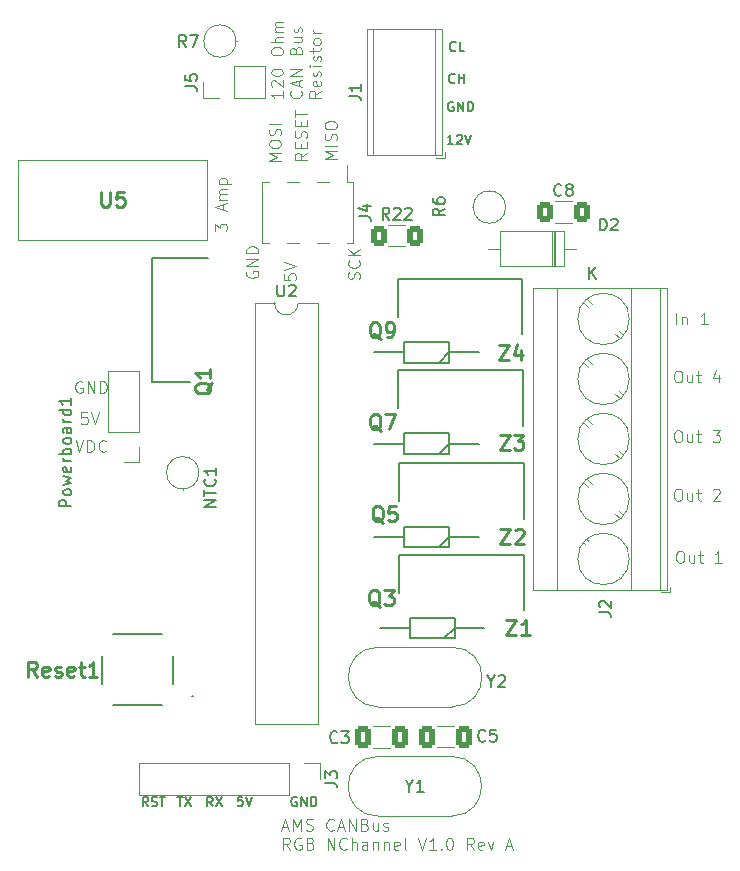
<source format=gbr>
%TF.GenerationSoftware,KiCad,Pcbnew,8.0.1-rc1*%
%TF.CreationDate,2024-06-22T18:18:56-07:00*%
%TF.ProjectId,AMS - CANBus - RGB - Nchannel,414d5320-2d20-4434-914e-427573202d20,rev?*%
%TF.SameCoordinates,Original*%
%TF.FileFunction,Legend,Top*%
%TF.FilePolarity,Positive*%
%FSLAX46Y46*%
G04 Gerber Fmt 4.6, Leading zero omitted, Abs format (unit mm)*
G04 Created by KiCad (PCBNEW 8.0.1-rc1) date 2024-06-22 18:18:56*
%MOMM*%
%LPD*%
G01*
G04 APERTURE LIST*
G04 Aperture macros list*
%AMRoundRect*
0 Rectangle with rounded corners*
0 $1 Rounding radius*
0 $2 $3 $4 $5 $6 $7 $8 $9 X,Y pos of 4 corners*
0 Add a 4 corners polygon primitive as box body*
4,1,4,$2,$3,$4,$5,$6,$7,$8,$9,$2,$3,0*
0 Add four circle primitives for the rounded corners*
1,1,$1+$1,$2,$3*
1,1,$1+$1,$4,$5*
1,1,$1+$1,$6,$7*
1,1,$1+$1,$8,$9*
0 Add four rect primitives between the rounded corners*
20,1,$1+$1,$2,$3,$4,$5,0*
20,1,$1+$1,$4,$5,$6,$7,0*
20,1,$1+$1,$6,$7,$8,$9,0*
20,1,$1+$1,$8,$9,$2,$3,0*%
G04 Aperture macros list end*
%ADD10C,0.100000*%
%ADD11C,0.150000*%
%ADD12C,0.254000*%
%ADD13C,0.120000*%
%ADD14C,0.200000*%
%ADD15RoundRect,0.250000X-0.412500X-0.650000X0.412500X-0.650000X0.412500X0.650000X-0.412500X0.650000X0*%
%ADD16R,1.920000X1.920000*%
%ADD17C,1.920000*%
%ADD18C,1.600000*%
%ADD19O,1.600000X1.600000*%
%ADD20R,2.200000X2.200000*%
%ADD21O,2.200000X2.200000*%
%ADD22C,2.200000*%
%ADD23R,2.600000X2.600000*%
%ADD24C,2.600000*%
%ADD25R,1.700000X1.700000*%
%ADD26O,1.700000X1.700000*%
%ADD27C,2.400000*%
%ADD28R,1.150000X1.150000*%
%ADD29C,1.150000*%
%ADD30RoundRect,0.250000X-0.400000X-0.625000X0.400000X-0.625000X0.400000X0.625000X-0.400000X0.625000X0*%
%ADD31R,1.000000X3.150000*%
%ADD32R,1.600000X1.600000*%
%ADD33C,1.500000*%
%ADD34R,1.500000X1.500000*%
%ADD35RoundRect,0.250000X0.412500X0.650000X-0.412500X0.650000X-0.412500X-0.650000X0.412500X-0.650000X0*%
G04 APERTURE END LIST*
D10*
X141410522Y-77749485D02*
X141362903Y-77844723D01*
X141362903Y-77844723D02*
X141362903Y-77987580D01*
X141362903Y-77987580D02*
X141410522Y-78130437D01*
X141410522Y-78130437D02*
X141505760Y-78225675D01*
X141505760Y-78225675D02*
X141600998Y-78273294D01*
X141600998Y-78273294D02*
X141791474Y-78320913D01*
X141791474Y-78320913D02*
X141934331Y-78320913D01*
X141934331Y-78320913D02*
X142124807Y-78273294D01*
X142124807Y-78273294D02*
X142220045Y-78225675D01*
X142220045Y-78225675D02*
X142315284Y-78130437D01*
X142315284Y-78130437D02*
X142362903Y-77987580D01*
X142362903Y-77987580D02*
X142362903Y-77892342D01*
X142362903Y-77892342D02*
X142315284Y-77749485D01*
X142315284Y-77749485D02*
X142267664Y-77701866D01*
X142267664Y-77701866D02*
X141934331Y-77701866D01*
X141934331Y-77701866D02*
X141934331Y-77892342D01*
X142362903Y-77273294D02*
X141362903Y-77273294D01*
X141362903Y-77273294D02*
X142362903Y-76701866D01*
X142362903Y-76701866D02*
X141362903Y-76701866D01*
X142362903Y-76225675D02*
X141362903Y-76225675D01*
X141362903Y-76225675D02*
X141362903Y-75987580D01*
X141362903Y-75987580D02*
X141410522Y-75844723D01*
X141410522Y-75844723D02*
X141505760Y-75749485D01*
X141505760Y-75749485D02*
X141600998Y-75701866D01*
X141600998Y-75701866D02*
X141791474Y-75654247D01*
X141791474Y-75654247D02*
X141934331Y-75654247D01*
X141934331Y-75654247D02*
X142124807Y-75701866D01*
X142124807Y-75701866D02*
X142220045Y-75749485D01*
X142220045Y-75749485D02*
X142315284Y-75844723D01*
X142315284Y-75844723D02*
X142362903Y-75987580D01*
X142362903Y-75987580D02*
X142362903Y-76225675D01*
X144448247Y-62516753D02*
X144448247Y-63088181D01*
X144448247Y-62802467D02*
X143448247Y-62802467D01*
X143448247Y-62802467D02*
X143591104Y-62897705D01*
X143591104Y-62897705D02*
X143686342Y-62992943D01*
X143686342Y-62992943D02*
X143733961Y-63088181D01*
X143543485Y-62135800D02*
X143495866Y-62088181D01*
X143495866Y-62088181D02*
X143448247Y-61992943D01*
X143448247Y-61992943D02*
X143448247Y-61754848D01*
X143448247Y-61754848D02*
X143495866Y-61659610D01*
X143495866Y-61659610D02*
X143543485Y-61611991D01*
X143543485Y-61611991D02*
X143638723Y-61564372D01*
X143638723Y-61564372D02*
X143733961Y-61564372D01*
X143733961Y-61564372D02*
X143876818Y-61611991D01*
X143876818Y-61611991D02*
X144448247Y-62183419D01*
X144448247Y-62183419D02*
X144448247Y-61564372D01*
X143448247Y-60945324D02*
X143448247Y-60850086D01*
X143448247Y-60850086D02*
X143495866Y-60754848D01*
X143495866Y-60754848D02*
X143543485Y-60707229D01*
X143543485Y-60707229D02*
X143638723Y-60659610D01*
X143638723Y-60659610D02*
X143829199Y-60611991D01*
X143829199Y-60611991D02*
X144067294Y-60611991D01*
X144067294Y-60611991D02*
X144257770Y-60659610D01*
X144257770Y-60659610D02*
X144353008Y-60707229D01*
X144353008Y-60707229D02*
X144400628Y-60754848D01*
X144400628Y-60754848D02*
X144448247Y-60850086D01*
X144448247Y-60850086D02*
X144448247Y-60945324D01*
X144448247Y-60945324D02*
X144400628Y-61040562D01*
X144400628Y-61040562D02*
X144353008Y-61088181D01*
X144353008Y-61088181D02*
X144257770Y-61135800D01*
X144257770Y-61135800D02*
X144067294Y-61183419D01*
X144067294Y-61183419D02*
X143829199Y-61183419D01*
X143829199Y-61183419D02*
X143638723Y-61135800D01*
X143638723Y-61135800D02*
X143543485Y-61088181D01*
X143543485Y-61088181D02*
X143495866Y-61040562D01*
X143495866Y-61040562D02*
X143448247Y-60945324D01*
X143448247Y-59231038D02*
X143448247Y-59040562D01*
X143448247Y-59040562D02*
X143495866Y-58945324D01*
X143495866Y-58945324D02*
X143591104Y-58850086D01*
X143591104Y-58850086D02*
X143781580Y-58802467D01*
X143781580Y-58802467D02*
X144114913Y-58802467D01*
X144114913Y-58802467D02*
X144305389Y-58850086D01*
X144305389Y-58850086D02*
X144400628Y-58945324D01*
X144400628Y-58945324D02*
X144448247Y-59040562D01*
X144448247Y-59040562D02*
X144448247Y-59231038D01*
X144448247Y-59231038D02*
X144400628Y-59326276D01*
X144400628Y-59326276D02*
X144305389Y-59421514D01*
X144305389Y-59421514D02*
X144114913Y-59469133D01*
X144114913Y-59469133D02*
X143781580Y-59469133D01*
X143781580Y-59469133D02*
X143591104Y-59421514D01*
X143591104Y-59421514D02*
X143495866Y-59326276D01*
X143495866Y-59326276D02*
X143448247Y-59231038D01*
X144448247Y-58373895D02*
X143448247Y-58373895D01*
X144448247Y-57945324D02*
X143924437Y-57945324D01*
X143924437Y-57945324D02*
X143829199Y-57992943D01*
X143829199Y-57992943D02*
X143781580Y-58088181D01*
X143781580Y-58088181D02*
X143781580Y-58231038D01*
X143781580Y-58231038D02*
X143829199Y-58326276D01*
X143829199Y-58326276D02*
X143876818Y-58373895D01*
X144448247Y-57469133D02*
X143781580Y-57469133D01*
X143876818Y-57469133D02*
X143829199Y-57421514D01*
X143829199Y-57421514D02*
X143781580Y-57326276D01*
X143781580Y-57326276D02*
X143781580Y-57183419D01*
X143781580Y-57183419D02*
X143829199Y-57088181D01*
X143829199Y-57088181D02*
X143924437Y-57040562D01*
X143924437Y-57040562D02*
X144448247Y-57040562D01*
X143924437Y-57040562D02*
X143829199Y-56992943D01*
X143829199Y-56992943D02*
X143781580Y-56897705D01*
X143781580Y-56897705D02*
X143781580Y-56754848D01*
X143781580Y-56754848D02*
X143829199Y-56659609D01*
X143829199Y-56659609D02*
X143924437Y-56611990D01*
X143924437Y-56611990D02*
X144448247Y-56611990D01*
X145962952Y-62469134D02*
X146010572Y-62516753D01*
X146010572Y-62516753D02*
X146058191Y-62659610D01*
X146058191Y-62659610D02*
X146058191Y-62754848D01*
X146058191Y-62754848D02*
X146010572Y-62897705D01*
X146010572Y-62897705D02*
X145915333Y-62992943D01*
X145915333Y-62992943D02*
X145820095Y-63040562D01*
X145820095Y-63040562D02*
X145629619Y-63088181D01*
X145629619Y-63088181D02*
X145486762Y-63088181D01*
X145486762Y-63088181D02*
X145296286Y-63040562D01*
X145296286Y-63040562D02*
X145201048Y-62992943D01*
X145201048Y-62992943D02*
X145105810Y-62897705D01*
X145105810Y-62897705D02*
X145058191Y-62754848D01*
X145058191Y-62754848D02*
X145058191Y-62659610D01*
X145058191Y-62659610D02*
X145105810Y-62516753D01*
X145105810Y-62516753D02*
X145153429Y-62469134D01*
X145772476Y-62088181D02*
X145772476Y-61611991D01*
X146058191Y-62183419D02*
X145058191Y-61850086D01*
X145058191Y-61850086D02*
X146058191Y-61516753D01*
X146058191Y-61183419D02*
X145058191Y-61183419D01*
X145058191Y-61183419D02*
X146058191Y-60611991D01*
X146058191Y-60611991D02*
X145058191Y-60611991D01*
X145534381Y-59040562D02*
X145582000Y-58897705D01*
X145582000Y-58897705D02*
X145629619Y-58850086D01*
X145629619Y-58850086D02*
X145724857Y-58802467D01*
X145724857Y-58802467D02*
X145867714Y-58802467D01*
X145867714Y-58802467D02*
X145962952Y-58850086D01*
X145962952Y-58850086D02*
X146010572Y-58897705D01*
X146010572Y-58897705D02*
X146058191Y-58992943D01*
X146058191Y-58992943D02*
X146058191Y-59373895D01*
X146058191Y-59373895D02*
X145058191Y-59373895D01*
X145058191Y-59373895D02*
X145058191Y-59040562D01*
X145058191Y-59040562D02*
X145105810Y-58945324D01*
X145105810Y-58945324D02*
X145153429Y-58897705D01*
X145153429Y-58897705D02*
X145248667Y-58850086D01*
X145248667Y-58850086D02*
X145343905Y-58850086D01*
X145343905Y-58850086D02*
X145439143Y-58897705D01*
X145439143Y-58897705D02*
X145486762Y-58945324D01*
X145486762Y-58945324D02*
X145534381Y-59040562D01*
X145534381Y-59040562D02*
X145534381Y-59373895D01*
X145391524Y-57945324D02*
X146058191Y-57945324D01*
X145391524Y-58373895D02*
X145915333Y-58373895D01*
X145915333Y-58373895D02*
X146010572Y-58326276D01*
X146010572Y-58326276D02*
X146058191Y-58231038D01*
X146058191Y-58231038D02*
X146058191Y-58088181D01*
X146058191Y-58088181D02*
X146010572Y-57992943D01*
X146010572Y-57992943D02*
X145962952Y-57945324D01*
X146010572Y-57516752D02*
X146058191Y-57421514D01*
X146058191Y-57421514D02*
X146058191Y-57231038D01*
X146058191Y-57231038D02*
X146010572Y-57135800D01*
X146010572Y-57135800D02*
X145915333Y-57088181D01*
X145915333Y-57088181D02*
X145867714Y-57088181D01*
X145867714Y-57088181D02*
X145772476Y-57135800D01*
X145772476Y-57135800D02*
X145724857Y-57231038D01*
X145724857Y-57231038D02*
X145724857Y-57373895D01*
X145724857Y-57373895D02*
X145677238Y-57469133D01*
X145677238Y-57469133D02*
X145582000Y-57516752D01*
X145582000Y-57516752D02*
X145534381Y-57516752D01*
X145534381Y-57516752D02*
X145439143Y-57469133D01*
X145439143Y-57469133D02*
X145391524Y-57373895D01*
X145391524Y-57373895D02*
X145391524Y-57231038D01*
X145391524Y-57231038D02*
X145439143Y-57135800D01*
X147668135Y-62469134D02*
X147191944Y-62802467D01*
X147668135Y-63040562D02*
X146668135Y-63040562D01*
X146668135Y-63040562D02*
X146668135Y-62659610D01*
X146668135Y-62659610D02*
X146715754Y-62564372D01*
X146715754Y-62564372D02*
X146763373Y-62516753D01*
X146763373Y-62516753D02*
X146858611Y-62469134D01*
X146858611Y-62469134D02*
X147001468Y-62469134D01*
X147001468Y-62469134D02*
X147096706Y-62516753D01*
X147096706Y-62516753D02*
X147144325Y-62564372D01*
X147144325Y-62564372D02*
X147191944Y-62659610D01*
X147191944Y-62659610D02*
X147191944Y-63040562D01*
X147620516Y-61659610D02*
X147668135Y-61754848D01*
X147668135Y-61754848D02*
X147668135Y-61945324D01*
X147668135Y-61945324D02*
X147620516Y-62040562D01*
X147620516Y-62040562D02*
X147525277Y-62088181D01*
X147525277Y-62088181D02*
X147144325Y-62088181D01*
X147144325Y-62088181D02*
X147049087Y-62040562D01*
X147049087Y-62040562D02*
X147001468Y-61945324D01*
X147001468Y-61945324D02*
X147001468Y-61754848D01*
X147001468Y-61754848D02*
X147049087Y-61659610D01*
X147049087Y-61659610D02*
X147144325Y-61611991D01*
X147144325Y-61611991D02*
X147239563Y-61611991D01*
X147239563Y-61611991D02*
X147334801Y-62088181D01*
X147620516Y-61231038D02*
X147668135Y-61135800D01*
X147668135Y-61135800D02*
X147668135Y-60945324D01*
X147668135Y-60945324D02*
X147620516Y-60850086D01*
X147620516Y-60850086D02*
X147525277Y-60802467D01*
X147525277Y-60802467D02*
X147477658Y-60802467D01*
X147477658Y-60802467D02*
X147382420Y-60850086D01*
X147382420Y-60850086D02*
X147334801Y-60945324D01*
X147334801Y-60945324D02*
X147334801Y-61088181D01*
X147334801Y-61088181D02*
X147287182Y-61183419D01*
X147287182Y-61183419D02*
X147191944Y-61231038D01*
X147191944Y-61231038D02*
X147144325Y-61231038D01*
X147144325Y-61231038D02*
X147049087Y-61183419D01*
X147049087Y-61183419D02*
X147001468Y-61088181D01*
X147001468Y-61088181D02*
X147001468Y-60945324D01*
X147001468Y-60945324D02*
X147049087Y-60850086D01*
X147668135Y-60373895D02*
X147001468Y-60373895D01*
X146668135Y-60373895D02*
X146715754Y-60421514D01*
X146715754Y-60421514D02*
X146763373Y-60373895D01*
X146763373Y-60373895D02*
X146715754Y-60326276D01*
X146715754Y-60326276D02*
X146668135Y-60373895D01*
X146668135Y-60373895D02*
X146763373Y-60373895D01*
X147620516Y-59945324D02*
X147668135Y-59850086D01*
X147668135Y-59850086D02*
X147668135Y-59659610D01*
X147668135Y-59659610D02*
X147620516Y-59564372D01*
X147620516Y-59564372D02*
X147525277Y-59516753D01*
X147525277Y-59516753D02*
X147477658Y-59516753D01*
X147477658Y-59516753D02*
X147382420Y-59564372D01*
X147382420Y-59564372D02*
X147334801Y-59659610D01*
X147334801Y-59659610D02*
X147334801Y-59802467D01*
X147334801Y-59802467D02*
X147287182Y-59897705D01*
X147287182Y-59897705D02*
X147191944Y-59945324D01*
X147191944Y-59945324D02*
X147144325Y-59945324D01*
X147144325Y-59945324D02*
X147049087Y-59897705D01*
X147049087Y-59897705D02*
X147001468Y-59802467D01*
X147001468Y-59802467D02*
X147001468Y-59659610D01*
X147001468Y-59659610D02*
X147049087Y-59564372D01*
X147001468Y-59231038D02*
X147001468Y-58850086D01*
X146668135Y-59088181D02*
X147525277Y-59088181D01*
X147525277Y-59088181D02*
X147620516Y-59040562D01*
X147620516Y-59040562D02*
X147668135Y-58945324D01*
X147668135Y-58945324D02*
X147668135Y-58850086D01*
X147668135Y-58373895D02*
X147620516Y-58469133D01*
X147620516Y-58469133D02*
X147572896Y-58516752D01*
X147572896Y-58516752D02*
X147477658Y-58564371D01*
X147477658Y-58564371D02*
X147191944Y-58564371D01*
X147191944Y-58564371D02*
X147096706Y-58516752D01*
X147096706Y-58516752D02*
X147049087Y-58469133D01*
X147049087Y-58469133D02*
X147001468Y-58373895D01*
X147001468Y-58373895D02*
X147001468Y-58231038D01*
X147001468Y-58231038D02*
X147049087Y-58135800D01*
X147049087Y-58135800D02*
X147096706Y-58088181D01*
X147096706Y-58088181D02*
X147191944Y-58040562D01*
X147191944Y-58040562D02*
X147477658Y-58040562D01*
X147477658Y-58040562D02*
X147572896Y-58088181D01*
X147572896Y-58088181D02*
X147620516Y-58135800D01*
X147620516Y-58135800D02*
X147668135Y-58231038D01*
X147668135Y-58231038D02*
X147668135Y-58373895D01*
X147668135Y-57611990D02*
X147001468Y-57611990D01*
X147191944Y-57611990D02*
X147096706Y-57564371D01*
X147096706Y-57564371D02*
X147049087Y-57516752D01*
X147049087Y-57516752D02*
X147001468Y-57421514D01*
X147001468Y-57421514D02*
X147001468Y-57326276D01*
X177835781Y-96168395D02*
X178026257Y-96168395D01*
X178026257Y-96168395D02*
X178121495Y-96216014D01*
X178121495Y-96216014D02*
X178216733Y-96311252D01*
X178216733Y-96311252D02*
X178264352Y-96501728D01*
X178264352Y-96501728D02*
X178264352Y-96835061D01*
X178264352Y-96835061D02*
X178216733Y-97025537D01*
X178216733Y-97025537D02*
X178121495Y-97120776D01*
X178121495Y-97120776D02*
X178026257Y-97168395D01*
X178026257Y-97168395D02*
X177835781Y-97168395D01*
X177835781Y-97168395D02*
X177740543Y-97120776D01*
X177740543Y-97120776D02*
X177645305Y-97025537D01*
X177645305Y-97025537D02*
X177597686Y-96835061D01*
X177597686Y-96835061D02*
X177597686Y-96501728D01*
X177597686Y-96501728D02*
X177645305Y-96311252D01*
X177645305Y-96311252D02*
X177740543Y-96216014D01*
X177740543Y-96216014D02*
X177835781Y-96168395D01*
X179121495Y-96501728D02*
X179121495Y-97168395D01*
X178692924Y-96501728D02*
X178692924Y-97025537D01*
X178692924Y-97025537D02*
X178740543Y-97120776D01*
X178740543Y-97120776D02*
X178835781Y-97168395D01*
X178835781Y-97168395D02*
X178978638Y-97168395D01*
X178978638Y-97168395D02*
X179073876Y-97120776D01*
X179073876Y-97120776D02*
X179121495Y-97073156D01*
X179454829Y-96501728D02*
X179835781Y-96501728D01*
X179597686Y-96168395D02*
X179597686Y-97025537D01*
X179597686Y-97025537D02*
X179645305Y-97120776D01*
X179645305Y-97120776D02*
X179740543Y-97168395D01*
X179740543Y-97168395D02*
X179835781Y-97168395D01*
X180883401Y-96263633D02*
X180931020Y-96216014D01*
X180931020Y-96216014D02*
X181026258Y-96168395D01*
X181026258Y-96168395D02*
X181264353Y-96168395D01*
X181264353Y-96168395D02*
X181359591Y-96216014D01*
X181359591Y-96216014D02*
X181407210Y-96263633D01*
X181407210Y-96263633D02*
X181454829Y-96358871D01*
X181454829Y-96358871D02*
X181454829Y-96454109D01*
X181454829Y-96454109D02*
X181407210Y-96596966D01*
X181407210Y-96596966D02*
X180835782Y-97168395D01*
X180835782Y-97168395D02*
X181454829Y-97168395D01*
X177986653Y-101423794D02*
X178177129Y-101423794D01*
X178177129Y-101423794D02*
X178272367Y-101471413D01*
X178272367Y-101471413D02*
X178367605Y-101566651D01*
X178367605Y-101566651D02*
X178415224Y-101757127D01*
X178415224Y-101757127D02*
X178415224Y-102090460D01*
X178415224Y-102090460D02*
X178367605Y-102280936D01*
X178367605Y-102280936D02*
X178272367Y-102376175D01*
X178272367Y-102376175D02*
X178177129Y-102423794D01*
X178177129Y-102423794D02*
X177986653Y-102423794D01*
X177986653Y-102423794D02*
X177891415Y-102376175D01*
X177891415Y-102376175D02*
X177796177Y-102280936D01*
X177796177Y-102280936D02*
X177748558Y-102090460D01*
X177748558Y-102090460D02*
X177748558Y-101757127D01*
X177748558Y-101757127D02*
X177796177Y-101566651D01*
X177796177Y-101566651D02*
X177891415Y-101471413D01*
X177891415Y-101471413D02*
X177986653Y-101423794D01*
X179272367Y-101757127D02*
X179272367Y-102423794D01*
X178843796Y-101757127D02*
X178843796Y-102280936D01*
X178843796Y-102280936D02*
X178891415Y-102376175D01*
X178891415Y-102376175D02*
X178986653Y-102423794D01*
X178986653Y-102423794D02*
X179129510Y-102423794D01*
X179129510Y-102423794D02*
X179224748Y-102376175D01*
X179224748Y-102376175D02*
X179272367Y-102328555D01*
X179605701Y-101757127D02*
X179986653Y-101757127D01*
X179748558Y-101423794D02*
X179748558Y-102280936D01*
X179748558Y-102280936D02*
X179796177Y-102376175D01*
X179796177Y-102376175D02*
X179891415Y-102423794D01*
X179891415Y-102423794D02*
X179986653Y-102423794D01*
X181605701Y-102423794D02*
X181034273Y-102423794D01*
X181319987Y-102423794D02*
X181319987Y-101423794D01*
X181319987Y-101423794D02*
X181224749Y-101566651D01*
X181224749Y-101566651D02*
X181129511Y-101661889D01*
X181129511Y-101661889D02*
X181034273Y-101709508D01*
D11*
X158985177Y-61738192D02*
X158947081Y-61776288D01*
X158947081Y-61776288D02*
X158832796Y-61814383D01*
X158832796Y-61814383D02*
X158756605Y-61814383D01*
X158756605Y-61814383D02*
X158642319Y-61776288D01*
X158642319Y-61776288D02*
X158566129Y-61700097D01*
X158566129Y-61700097D02*
X158528034Y-61623907D01*
X158528034Y-61623907D02*
X158489938Y-61471526D01*
X158489938Y-61471526D02*
X158489938Y-61357240D01*
X158489938Y-61357240D02*
X158528034Y-61204859D01*
X158528034Y-61204859D02*
X158566129Y-61128668D01*
X158566129Y-61128668D02*
X158642319Y-61052478D01*
X158642319Y-61052478D02*
X158756605Y-61014383D01*
X158756605Y-61014383D02*
X158832796Y-61014383D01*
X158832796Y-61014383D02*
X158947081Y-61052478D01*
X158947081Y-61052478D02*
X158985177Y-61090573D01*
X159328034Y-61814383D02*
X159328034Y-61014383D01*
X159328034Y-61395335D02*
X159785177Y-61395335D01*
X159785177Y-61814383D02*
X159785177Y-61014383D01*
D10*
X177826354Y-91214744D02*
X178016830Y-91214744D01*
X178016830Y-91214744D02*
X178112068Y-91262363D01*
X178112068Y-91262363D02*
X178207306Y-91357601D01*
X178207306Y-91357601D02*
X178254925Y-91548077D01*
X178254925Y-91548077D02*
X178254925Y-91881410D01*
X178254925Y-91881410D02*
X178207306Y-92071886D01*
X178207306Y-92071886D02*
X178112068Y-92167125D01*
X178112068Y-92167125D02*
X178016830Y-92214744D01*
X178016830Y-92214744D02*
X177826354Y-92214744D01*
X177826354Y-92214744D02*
X177731116Y-92167125D01*
X177731116Y-92167125D02*
X177635878Y-92071886D01*
X177635878Y-92071886D02*
X177588259Y-91881410D01*
X177588259Y-91881410D02*
X177588259Y-91548077D01*
X177588259Y-91548077D02*
X177635878Y-91357601D01*
X177635878Y-91357601D02*
X177731116Y-91262363D01*
X177731116Y-91262363D02*
X177826354Y-91214744D01*
X179112068Y-91548077D02*
X179112068Y-92214744D01*
X178683497Y-91548077D02*
X178683497Y-92071886D01*
X178683497Y-92071886D02*
X178731116Y-92167125D01*
X178731116Y-92167125D02*
X178826354Y-92214744D01*
X178826354Y-92214744D02*
X178969211Y-92214744D01*
X178969211Y-92214744D02*
X179064449Y-92167125D01*
X179064449Y-92167125D02*
X179112068Y-92119505D01*
X179445402Y-91548077D02*
X179826354Y-91548077D01*
X179588259Y-91214744D02*
X179588259Y-92071886D01*
X179588259Y-92071886D02*
X179635878Y-92167125D01*
X179635878Y-92167125D02*
X179731116Y-92214744D01*
X179731116Y-92214744D02*
X179826354Y-92214744D01*
X180826355Y-91214744D02*
X181445402Y-91214744D01*
X181445402Y-91214744D02*
X181112069Y-91595696D01*
X181112069Y-91595696D02*
X181254926Y-91595696D01*
X181254926Y-91595696D02*
X181350164Y-91643315D01*
X181350164Y-91643315D02*
X181397783Y-91690934D01*
X181397783Y-91690934D02*
X181445402Y-91786172D01*
X181445402Y-91786172D02*
X181445402Y-92024267D01*
X181445402Y-92024267D02*
X181397783Y-92119505D01*
X181397783Y-92119505D02*
X181350164Y-92167125D01*
X181350164Y-92167125D02*
X181254926Y-92214744D01*
X181254926Y-92214744D02*
X180969212Y-92214744D01*
X180969212Y-92214744D02*
X180873974Y-92167125D01*
X180873974Y-92167125D02*
X180826355Y-92119505D01*
D11*
X159064918Y-59026987D02*
X159026822Y-59065083D01*
X159026822Y-59065083D02*
X158912537Y-59103178D01*
X158912537Y-59103178D02*
X158836346Y-59103178D01*
X158836346Y-59103178D02*
X158722060Y-59065083D01*
X158722060Y-59065083D02*
X158645870Y-58988892D01*
X158645870Y-58988892D02*
X158607775Y-58912702D01*
X158607775Y-58912702D02*
X158569679Y-58760321D01*
X158569679Y-58760321D02*
X158569679Y-58646035D01*
X158569679Y-58646035D02*
X158607775Y-58493654D01*
X158607775Y-58493654D02*
X158645870Y-58417463D01*
X158645870Y-58417463D02*
X158722060Y-58341273D01*
X158722060Y-58341273D02*
X158836346Y-58303178D01*
X158836346Y-58303178D02*
X158912537Y-58303178D01*
X158912537Y-58303178D02*
X159026822Y-58341273D01*
X159026822Y-58341273D02*
X159064918Y-58379368D01*
X159788727Y-59103178D02*
X159407775Y-59103178D01*
X159407775Y-59103178D02*
X159407775Y-58303178D01*
D10*
X150917110Y-78408065D02*
X150964729Y-78265208D01*
X150964729Y-78265208D02*
X150964729Y-78027113D01*
X150964729Y-78027113D02*
X150917110Y-77931875D01*
X150917110Y-77931875D02*
X150869490Y-77884256D01*
X150869490Y-77884256D02*
X150774252Y-77836637D01*
X150774252Y-77836637D02*
X150679014Y-77836637D01*
X150679014Y-77836637D02*
X150583776Y-77884256D01*
X150583776Y-77884256D02*
X150536157Y-77931875D01*
X150536157Y-77931875D02*
X150488538Y-78027113D01*
X150488538Y-78027113D02*
X150440919Y-78217589D01*
X150440919Y-78217589D02*
X150393300Y-78312827D01*
X150393300Y-78312827D02*
X150345681Y-78360446D01*
X150345681Y-78360446D02*
X150250443Y-78408065D01*
X150250443Y-78408065D02*
X150155205Y-78408065D01*
X150155205Y-78408065D02*
X150059967Y-78360446D01*
X150059967Y-78360446D02*
X150012348Y-78312827D01*
X150012348Y-78312827D02*
X149964729Y-78217589D01*
X149964729Y-78217589D02*
X149964729Y-77979494D01*
X149964729Y-77979494D02*
X150012348Y-77836637D01*
X150869490Y-76836637D02*
X150917110Y-76884256D01*
X150917110Y-76884256D02*
X150964729Y-77027113D01*
X150964729Y-77027113D02*
X150964729Y-77122351D01*
X150964729Y-77122351D02*
X150917110Y-77265208D01*
X150917110Y-77265208D02*
X150821871Y-77360446D01*
X150821871Y-77360446D02*
X150726633Y-77408065D01*
X150726633Y-77408065D02*
X150536157Y-77455684D01*
X150536157Y-77455684D02*
X150393300Y-77455684D01*
X150393300Y-77455684D02*
X150202824Y-77408065D01*
X150202824Y-77408065D02*
X150107586Y-77360446D01*
X150107586Y-77360446D02*
X150012348Y-77265208D01*
X150012348Y-77265208D02*
X149964729Y-77122351D01*
X149964729Y-77122351D02*
X149964729Y-77027113D01*
X149964729Y-77027113D02*
X150012348Y-76884256D01*
X150012348Y-76884256D02*
X150059967Y-76836637D01*
X150964729Y-76408065D02*
X149964729Y-76408065D01*
X150964729Y-75836637D02*
X150393300Y-76265208D01*
X149964729Y-75836637D02*
X150536157Y-76408065D01*
D11*
X145611056Y-122262439D02*
X145534866Y-122224344D01*
X145534866Y-122224344D02*
X145420580Y-122224344D01*
X145420580Y-122224344D02*
X145306294Y-122262439D01*
X145306294Y-122262439D02*
X145230104Y-122338629D01*
X145230104Y-122338629D02*
X145192009Y-122414820D01*
X145192009Y-122414820D02*
X145153913Y-122567201D01*
X145153913Y-122567201D02*
X145153913Y-122681487D01*
X145153913Y-122681487D02*
X145192009Y-122833868D01*
X145192009Y-122833868D02*
X145230104Y-122910058D01*
X145230104Y-122910058D02*
X145306294Y-122986249D01*
X145306294Y-122986249D02*
X145420580Y-123024344D01*
X145420580Y-123024344D02*
X145496771Y-123024344D01*
X145496771Y-123024344D02*
X145611056Y-122986249D01*
X145611056Y-122986249D02*
X145649152Y-122948153D01*
X145649152Y-122948153D02*
X145649152Y-122681487D01*
X145649152Y-122681487D02*
X145496771Y-122681487D01*
X145992009Y-123024344D02*
X145992009Y-122224344D01*
X145992009Y-122224344D02*
X146449152Y-123024344D01*
X146449152Y-123024344D02*
X146449152Y-122224344D01*
X146830104Y-123024344D02*
X146830104Y-122224344D01*
X146830104Y-122224344D02*
X147020580Y-122224344D01*
X147020580Y-122224344D02*
X147134866Y-122262439D01*
X147134866Y-122262439D02*
X147211056Y-122338629D01*
X147211056Y-122338629D02*
X147249151Y-122414820D01*
X147249151Y-122414820D02*
X147287247Y-122567201D01*
X147287247Y-122567201D02*
X147287247Y-122681487D01*
X147287247Y-122681487D02*
X147249151Y-122833868D01*
X147249151Y-122833868D02*
X147211056Y-122910058D01*
X147211056Y-122910058D02*
X147134866Y-122986249D01*
X147134866Y-122986249D02*
X147020580Y-123024344D01*
X147020580Y-123024344D02*
X146830104Y-123024344D01*
X133025328Y-123051094D02*
X132758661Y-122670141D01*
X132568185Y-123051094D02*
X132568185Y-122251094D01*
X132568185Y-122251094D02*
X132872947Y-122251094D01*
X132872947Y-122251094D02*
X132949137Y-122289189D01*
X132949137Y-122289189D02*
X132987232Y-122327284D01*
X132987232Y-122327284D02*
X133025328Y-122403475D01*
X133025328Y-122403475D02*
X133025328Y-122517760D01*
X133025328Y-122517760D02*
X132987232Y-122593951D01*
X132987232Y-122593951D02*
X132949137Y-122632046D01*
X132949137Y-122632046D02*
X132872947Y-122670141D01*
X132872947Y-122670141D02*
X132568185Y-122670141D01*
X133330089Y-123012999D02*
X133444375Y-123051094D01*
X133444375Y-123051094D02*
X133634851Y-123051094D01*
X133634851Y-123051094D02*
X133711042Y-123012999D01*
X133711042Y-123012999D02*
X133749137Y-122974903D01*
X133749137Y-122974903D02*
X133787232Y-122898713D01*
X133787232Y-122898713D02*
X133787232Y-122822522D01*
X133787232Y-122822522D02*
X133749137Y-122746332D01*
X133749137Y-122746332D02*
X133711042Y-122708237D01*
X133711042Y-122708237D02*
X133634851Y-122670141D01*
X133634851Y-122670141D02*
X133482470Y-122632046D01*
X133482470Y-122632046D02*
X133406280Y-122593951D01*
X133406280Y-122593951D02*
X133368185Y-122555856D01*
X133368185Y-122555856D02*
X133330089Y-122479665D01*
X133330089Y-122479665D02*
X133330089Y-122403475D01*
X133330089Y-122403475D02*
X133368185Y-122327284D01*
X133368185Y-122327284D02*
X133406280Y-122289189D01*
X133406280Y-122289189D02*
X133482470Y-122251094D01*
X133482470Y-122251094D02*
X133672947Y-122251094D01*
X133672947Y-122251094D02*
X133787232Y-122289189D01*
X134015804Y-122251094D02*
X134472947Y-122251094D01*
X134244375Y-123051094D02*
X134244375Y-122251094D01*
X141028495Y-122251094D02*
X140647543Y-122251094D01*
X140647543Y-122251094D02*
X140609447Y-122632046D01*
X140609447Y-122632046D02*
X140647543Y-122593951D01*
X140647543Y-122593951D02*
X140723733Y-122555856D01*
X140723733Y-122555856D02*
X140914209Y-122555856D01*
X140914209Y-122555856D02*
X140990400Y-122593951D01*
X140990400Y-122593951D02*
X141028495Y-122632046D01*
X141028495Y-122632046D02*
X141066590Y-122708237D01*
X141066590Y-122708237D02*
X141066590Y-122898713D01*
X141066590Y-122898713D02*
X141028495Y-122974903D01*
X141028495Y-122974903D02*
X140990400Y-123012999D01*
X140990400Y-123012999D02*
X140914209Y-123051094D01*
X140914209Y-123051094D02*
X140723733Y-123051094D01*
X140723733Y-123051094D02*
X140647543Y-123012999D01*
X140647543Y-123012999D02*
X140609447Y-122974903D01*
X141295162Y-122251094D02*
X141561829Y-123051094D01*
X141561829Y-123051094D02*
X141828495Y-122251094D01*
D10*
X177756017Y-82252955D02*
X177756017Y-81252955D01*
X178232207Y-81586288D02*
X178232207Y-82252955D01*
X178232207Y-81681526D02*
X178279826Y-81633907D01*
X178279826Y-81633907D02*
X178375064Y-81586288D01*
X178375064Y-81586288D02*
X178517921Y-81586288D01*
X178517921Y-81586288D02*
X178613159Y-81633907D01*
X178613159Y-81633907D02*
X178660778Y-81729145D01*
X178660778Y-81729145D02*
X178660778Y-82252955D01*
X180422683Y-82252955D02*
X179851255Y-82252955D01*
X180136969Y-82252955D02*
X180136969Y-81252955D01*
X180136969Y-81252955D02*
X180041731Y-81395812D01*
X180041731Y-81395812D02*
X179946493Y-81491050D01*
X179946493Y-81491050D02*
X179851255Y-81538669D01*
X144268809Y-68393689D02*
X143268809Y-68393689D01*
X143268809Y-68393689D02*
X143983094Y-68060356D01*
X143983094Y-68060356D02*
X143268809Y-67727023D01*
X143268809Y-67727023D02*
X144268809Y-67727023D01*
X143268809Y-67060356D02*
X143268809Y-66869880D01*
X143268809Y-66869880D02*
X143316428Y-66774642D01*
X143316428Y-66774642D02*
X143411666Y-66679404D01*
X143411666Y-66679404D02*
X143602142Y-66631785D01*
X143602142Y-66631785D02*
X143935475Y-66631785D01*
X143935475Y-66631785D02*
X144125951Y-66679404D01*
X144125951Y-66679404D02*
X144221190Y-66774642D01*
X144221190Y-66774642D02*
X144268809Y-66869880D01*
X144268809Y-66869880D02*
X144268809Y-67060356D01*
X144268809Y-67060356D02*
X144221190Y-67155594D01*
X144221190Y-67155594D02*
X144125951Y-67250832D01*
X144125951Y-67250832D02*
X143935475Y-67298451D01*
X143935475Y-67298451D02*
X143602142Y-67298451D01*
X143602142Y-67298451D02*
X143411666Y-67250832D01*
X143411666Y-67250832D02*
X143316428Y-67155594D01*
X143316428Y-67155594D02*
X143268809Y-67060356D01*
X144221190Y-66250832D02*
X144268809Y-66107975D01*
X144268809Y-66107975D02*
X144268809Y-65869880D01*
X144268809Y-65869880D02*
X144221190Y-65774642D01*
X144221190Y-65774642D02*
X144173570Y-65727023D01*
X144173570Y-65727023D02*
X144078332Y-65679404D01*
X144078332Y-65679404D02*
X143983094Y-65679404D01*
X143983094Y-65679404D02*
X143887856Y-65727023D01*
X143887856Y-65727023D02*
X143840237Y-65774642D01*
X143840237Y-65774642D02*
X143792618Y-65869880D01*
X143792618Y-65869880D02*
X143744999Y-66060356D01*
X143744999Y-66060356D02*
X143697380Y-66155594D01*
X143697380Y-66155594D02*
X143649761Y-66203213D01*
X143649761Y-66203213D02*
X143554523Y-66250832D01*
X143554523Y-66250832D02*
X143459285Y-66250832D01*
X143459285Y-66250832D02*
X143364047Y-66203213D01*
X143364047Y-66203213D02*
X143316428Y-66155594D01*
X143316428Y-66155594D02*
X143268809Y-66060356D01*
X143268809Y-66060356D02*
X143268809Y-65822261D01*
X143268809Y-65822261D02*
X143316428Y-65679404D01*
X144268809Y-65250832D02*
X143268809Y-65250832D01*
D11*
X158867340Y-63444718D02*
X158791150Y-63406623D01*
X158791150Y-63406623D02*
X158676864Y-63406623D01*
X158676864Y-63406623D02*
X158562578Y-63444718D01*
X158562578Y-63444718D02*
X158486388Y-63520908D01*
X158486388Y-63520908D02*
X158448293Y-63597099D01*
X158448293Y-63597099D02*
X158410197Y-63749480D01*
X158410197Y-63749480D02*
X158410197Y-63863766D01*
X158410197Y-63863766D02*
X158448293Y-64016147D01*
X158448293Y-64016147D02*
X158486388Y-64092337D01*
X158486388Y-64092337D02*
X158562578Y-64168528D01*
X158562578Y-64168528D02*
X158676864Y-64206623D01*
X158676864Y-64206623D02*
X158753055Y-64206623D01*
X158753055Y-64206623D02*
X158867340Y-64168528D01*
X158867340Y-64168528D02*
X158905436Y-64130432D01*
X158905436Y-64130432D02*
X158905436Y-63863766D01*
X158905436Y-63863766D02*
X158753055Y-63863766D01*
X159248293Y-64206623D02*
X159248293Y-63406623D01*
X159248293Y-63406623D02*
X159705436Y-64206623D01*
X159705436Y-64206623D02*
X159705436Y-63406623D01*
X160086388Y-64206623D02*
X160086388Y-63406623D01*
X160086388Y-63406623D02*
X160276864Y-63406623D01*
X160276864Y-63406623D02*
X160391150Y-63444718D01*
X160391150Y-63444718D02*
X160467340Y-63520908D01*
X160467340Y-63520908D02*
X160505435Y-63597099D01*
X160505435Y-63597099D02*
X160543531Y-63749480D01*
X160543531Y-63749480D02*
X160543531Y-63863766D01*
X160543531Y-63863766D02*
X160505435Y-64016147D01*
X160505435Y-64016147D02*
X160467340Y-64092337D01*
X160467340Y-64092337D02*
X160391150Y-64168528D01*
X160391150Y-64168528D02*
X160276864Y-64206623D01*
X160276864Y-64206623D02*
X160086388Y-64206623D01*
X138490776Y-123038588D02*
X138224109Y-122657635D01*
X138033633Y-123038588D02*
X138033633Y-122238588D01*
X138033633Y-122238588D02*
X138338395Y-122238588D01*
X138338395Y-122238588D02*
X138414585Y-122276683D01*
X138414585Y-122276683D02*
X138452680Y-122314778D01*
X138452680Y-122314778D02*
X138490776Y-122390969D01*
X138490776Y-122390969D02*
X138490776Y-122505254D01*
X138490776Y-122505254D02*
X138452680Y-122581445D01*
X138452680Y-122581445D02*
X138414585Y-122619540D01*
X138414585Y-122619540D02*
X138338395Y-122657635D01*
X138338395Y-122657635D02*
X138033633Y-122657635D01*
X138757442Y-122238588D02*
X139290776Y-123038588D01*
X139290776Y-122238588D02*
X138757442Y-123038588D01*
D10*
X127440402Y-87108479D02*
X127345164Y-87060860D01*
X127345164Y-87060860D02*
X127202307Y-87060860D01*
X127202307Y-87060860D02*
X127059450Y-87108479D01*
X127059450Y-87108479D02*
X126964212Y-87203717D01*
X126964212Y-87203717D02*
X126916593Y-87298955D01*
X126916593Y-87298955D02*
X126868974Y-87489431D01*
X126868974Y-87489431D02*
X126868974Y-87632288D01*
X126868974Y-87632288D02*
X126916593Y-87822764D01*
X126916593Y-87822764D02*
X126964212Y-87918002D01*
X126964212Y-87918002D02*
X127059450Y-88013241D01*
X127059450Y-88013241D02*
X127202307Y-88060860D01*
X127202307Y-88060860D02*
X127297545Y-88060860D01*
X127297545Y-88060860D02*
X127440402Y-88013241D01*
X127440402Y-88013241D02*
X127488021Y-87965621D01*
X127488021Y-87965621D02*
X127488021Y-87632288D01*
X127488021Y-87632288D02*
X127297545Y-87632288D01*
X127916593Y-88060860D02*
X127916593Y-87060860D01*
X127916593Y-87060860D02*
X128488021Y-88060860D01*
X128488021Y-88060860D02*
X128488021Y-87060860D01*
X128964212Y-88060860D02*
X128964212Y-87060860D01*
X128964212Y-87060860D02*
X129202307Y-87060860D01*
X129202307Y-87060860D02*
X129345164Y-87108479D01*
X129345164Y-87108479D02*
X129440402Y-87203717D01*
X129440402Y-87203717D02*
X129488021Y-87298955D01*
X129488021Y-87298955D02*
X129535640Y-87489431D01*
X129535640Y-87489431D02*
X129535640Y-87632288D01*
X129535640Y-87632288D02*
X129488021Y-87822764D01*
X129488021Y-87822764D02*
X129440402Y-87918002D01*
X129440402Y-87918002D02*
X129345164Y-88013241D01*
X129345164Y-88013241D02*
X129202307Y-88060860D01*
X129202307Y-88060860D02*
X128964212Y-88060860D01*
D11*
X135493039Y-122263601D02*
X135950182Y-122263601D01*
X135721610Y-123063601D02*
X135721610Y-122263601D01*
X136140658Y-122263601D02*
X136673992Y-123063601D01*
X136673992Y-122263601D02*
X136140658Y-123063601D01*
X158867340Y-66997570D02*
X158410197Y-66997570D01*
X158638769Y-66997570D02*
X158638769Y-66197570D01*
X158638769Y-66197570D02*
X158562578Y-66311855D01*
X158562578Y-66311855D02*
X158486388Y-66388046D01*
X158486388Y-66388046D02*
X158410197Y-66426141D01*
X159172102Y-66273760D02*
X159210198Y-66235665D01*
X159210198Y-66235665D02*
X159286388Y-66197570D01*
X159286388Y-66197570D02*
X159476864Y-66197570D01*
X159476864Y-66197570D02*
X159553055Y-66235665D01*
X159553055Y-66235665D02*
X159591150Y-66273760D01*
X159591150Y-66273760D02*
X159629245Y-66349951D01*
X159629245Y-66349951D02*
X159629245Y-66426141D01*
X159629245Y-66426141D02*
X159591150Y-66540427D01*
X159591150Y-66540427D02*
X159134007Y-66997570D01*
X159134007Y-66997570D02*
X159629245Y-66997570D01*
X159857817Y-66197570D02*
X160124484Y-66997570D01*
X160124484Y-66997570D02*
X160391150Y-66197570D01*
D10*
X144417976Y-124828480D02*
X144894166Y-124828480D01*
X144322738Y-125114195D02*
X144656071Y-124114195D01*
X144656071Y-124114195D02*
X144989404Y-125114195D01*
X145322738Y-125114195D02*
X145322738Y-124114195D01*
X145322738Y-124114195D02*
X145656071Y-124828480D01*
X145656071Y-124828480D02*
X145989404Y-124114195D01*
X145989404Y-124114195D02*
X145989404Y-125114195D01*
X146417976Y-125066576D02*
X146560833Y-125114195D01*
X146560833Y-125114195D02*
X146798928Y-125114195D01*
X146798928Y-125114195D02*
X146894166Y-125066576D01*
X146894166Y-125066576D02*
X146941785Y-125018956D01*
X146941785Y-125018956D02*
X146989404Y-124923718D01*
X146989404Y-124923718D02*
X146989404Y-124828480D01*
X146989404Y-124828480D02*
X146941785Y-124733242D01*
X146941785Y-124733242D02*
X146894166Y-124685623D01*
X146894166Y-124685623D02*
X146798928Y-124638004D01*
X146798928Y-124638004D02*
X146608452Y-124590385D01*
X146608452Y-124590385D02*
X146513214Y-124542766D01*
X146513214Y-124542766D02*
X146465595Y-124495147D01*
X146465595Y-124495147D02*
X146417976Y-124399909D01*
X146417976Y-124399909D02*
X146417976Y-124304671D01*
X146417976Y-124304671D02*
X146465595Y-124209433D01*
X146465595Y-124209433D02*
X146513214Y-124161814D01*
X146513214Y-124161814D02*
X146608452Y-124114195D01*
X146608452Y-124114195D02*
X146846547Y-124114195D01*
X146846547Y-124114195D02*
X146989404Y-124161814D01*
X148751309Y-125018956D02*
X148703690Y-125066576D01*
X148703690Y-125066576D02*
X148560833Y-125114195D01*
X148560833Y-125114195D02*
X148465595Y-125114195D01*
X148465595Y-125114195D02*
X148322738Y-125066576D01*
X148322738Y-125066576D02*
X148227500Y-124971337D01*
X148227500Y-124971337D02*
X148179881Y-124876099D01*
X148179881Y-124876099D02*
X148132262Y-124685623D01*
X148132262Y-124685623D02*
X148132262Y-124542766D01*
X148132262Y-124542766D02*
X148179881Y-124352290D01*
X148179881Y-124352290D02*
X148227500Y-124257052D01*
X148227500Y-124257052D02*
X148322738Y-124161814D01*
X148322738Y-124161814D02*
X148465595Y-124114195D01*
X148465595Y-124114195D02*
X148560833Y-124114195D01*
X148560833Y-124114195D02*
X148703690Y-124161814D01*
X148703690Y-124161814D02*
X148751309Y-124209433D01*
X149132262Y-124828480D02*
X149608452Y-124828480D01*
X149037024Y-125114195D02*
X149370357Y-124114195D01*
X149370357Y-124114195D02*
X149703690Y-125114195D01*
X150037024Y-125114195D02*
X150037024Y-124114195D01*
X150037024Y-124114195D02*
X150608452Y-125114195D01*
X150608452Y-125114195D02*
X150608452Y-124114195D01*
X151417976Y-124590385D02*
X151560833Y-124638004D01*
X151560833Y-124638004D02*
X151608452Y-124685623D01*
X151608452Y-124685623D02*
X151656071Y-124780861D01*
X151656071Y-124780861D02*
X151656071Y-124923718D01*
X151656071Y-124923718D02*
X151608452Y-125018956D01*
X151608452Y-125018956D02*
X151560833Y-125066576D01*
X151560833Y-125066576D02*
X151465595Y-125114195D01*
X151465595Y-125114195D02*
X151084643Y-125114195D01*
X151084643Y-125114195D02*
X151084643Y-124114195D01*
X151084643Y-124114195D02*
X151417976Y-124114195D01*
X151417976Y-124114195D02*
X151513214Y-124161814D01*
X151513214Y-124161814D02*
X151560833Y-124209433D01*
X151560833Y-124209433D02*
X151608452Y-124304671D01*
X151608452Y-124304671D02*
X151608452Y-124399909D01*
X151608452Y-124399909D02*
X151560833Y-124495147D01*
X151560833Y-124495147D02*
X151513214Y-124542766D01*
X151513214Y-124542766D02*
X151417976Y-124590385D01*
X151417976Y-124590385D02*
X151084643Y-124590385D01*
X152513214Y-124447528D02*
X152513214Y-125114195D01*
X152084643Y-124447528D02*
X152084643Y-124971337D01*
X152084643Y-124971337D02*
X152132262Y-125066576D01*
X152132262Y-125066576D02*
X152227500Y-125114195D01*
X152227500Y-125114195D02*
X152370357Y-125114195D01*
X152370357Y-125114195D02*
X152465595Y-125066576D01*
X152465595Y-125066576D02*
X152513214Y-125018956D01*
X152941786Y-125066576D02*
X153037024Y-125114195D01*
X153037024Y-125114195D02*
X153227500Y-125114195D01*
X153227500Y-125114195D02*
X153322738Y-125066576D01*
X153322738Y-125066576D02*
X153370357Y-124971337D01*
X153370357Y-124971337D02*
X153370357Y-124923718D01*
X153370357Y-124923718D02*
X153322738Y-124828480D01*
X153322738Y-124828480D02*
X153227500Y-124780861D01*
X153227500Y-124780861D02*
X153084643Y-124780861D01*
X153084643Y-124780861D02*
X152989405Y-124733242D01*
X152989405Y-124733242D02*
X152941786Y-124638004D01*
X152941786Y-124638004D02*
X152941786Y-124590385D01*
X152941786Y-124590385D02*
X152989405Y-124495147D01*
X152989405Y-124495147D02*
X153084643Y-124447528D01*
X153084643Y-124447528D02*
X153227500Y-124447528D01*
X153227500Y-124447528D02*
X153322738Y-124495147D01*
X145037023Y-126724139D02*
X144703690Y-126247948D01*
X144465595Y-126724139D02*
X144465595Y-125724139D01*
X144465595Y-125724139D02*
X144846547Y-125724139D01*
X144846547Y-125724139D02*
X144941785Y-125771758D01*
X144941785Y-125771758D02*
X144989404Y-125819377D01*
X144989404Y-125819377D02*
X145037023Y-125914615D01*
X145037023Y-125914615D02*
X145037023Y-126057472D01*
X145037023Y-126057472D02*
X144989404Y-126152710D01*
X144989404Y-126152710D02*
X144941785Y-126200329D01*
X144941785Y-126200329D02*
X144846547Y-126247948D01*
X144846547Y-126247948D02*
X144465595Y-126247948D01*
X145989404Y-125771758D02*
X145894166Y-125724139D01*
X145894166Y-125724139D02*
X145751309Y-125724139D01*
X145751309Y-125724139D02*
X145608452Y-125771758D01*
X145608452Y-125771758D02*
X145513214Y-125866996D01*
X145513214Y-125866996D02*
X145465595Y-125962234D01*
X145465595Y-125962234D02*
X145417976Y-126152710D01*
X145417976Y-126152710D02*
X145417976Y-126295567D01*
X145417976Y-126295567D02*
X145465595Y-126486043D01*
X145465595Y-126486043D02*
X145513214Y-126581281D01*
X145513214Y-126581281D02*
X145608452Y-126676520D01*
X145608452Y-126676520D02*
X145751309Y-126724139D01*
X145751309Y-126724139D02*
X145846547Y-126724139D01*
X145846547Y-126724139D02*
X145989404Y-126676520D01*
X145989404Y-126676520D02*
X146037023Y-126628900D01*
X146037023Y-126628900D02*
X146037023Y-126295567D01*
X146037023Y-126295567D02*
X145846547Y-126295567D01*
X146798928Y-126200329D02*
X146941785Y-126247948D01*
X146941785Y-126247948D02*
X146989404Y-126295567D01*
X146989404Y-126295567D02*
X147037023Y-126390805D01*
X147037023Y-126390805D02*
X147037023Y-126533662D01*
X147037023Y-126533662D02*
X146989404Y-126628900D01*
X146989404Y-126628900D02*
X146941785Y-126676520D01*
X146941785Y-126676520D02*
X146846547Y-126724139D01*
X146846547Y-126724139D02*
X146465595Y-126724139D01*
X146465595Y-126724139D02*
X146465595Y-125724139D01*
X146465595Y-125724139D02*
X146798928Y-125724139D01*
X146798928Y-125724139D02*
X146894166Y-125771758D01*
X146894166Y-125771758D02*
X146941785Y-125819377D01*
X146941785Y-125819377D02*
X146989404Y-125914615D01*
X146989404Y-125914615D02*
X146989404Y-126009853D01*
X146989404Y-126009853D02*
X146941785Y-126105091D01*
X146941785Y-126105091D02*
X146894166Y-126152710D01*
X146894166Y-126152710D02*
X146798928Y-126200329D01*
X146798928Y-126200329D02*
X146465595Y-126200329D01*
X148227500Y-126724139D02*
X148227500Y-125724139D01*
X148227500Y-125724139D02*
X148798928Y-126724139D01*
X148798928Y-126724139D02*
X148798928Y-125724139D01*
X149846547Y-126628900D02*
X149798928Y-126676520D01*
X149798928Y-126676520D02*
X149656071Y-126724139D01*
X149656071Y-126724139D02*
X149560833Y-126724139D01*
X149560833Y-126724139D02*
X149417976Y-126676520D01*
X149417976Y-126676520D02*
X149322738Y-126581281D01*
X149322738Y-126581281D02*
X149275119Y-126486043D01*
X149275119Y-126486043D02*
X149227500Y-126295567D01*
X149227500Y-126295567D02*
X149227500Y-126152710D01*
X149227500Y-126152710D02*
X149275119Y-125962234D01*
X149275119Y-125962234D02*
X149322738Y-125866996D01*
X149322738Y-125866996D02*
X149417976Y-125771758D01*
X149417976Y-125771758D02*
X149560833Y-125724139D01*
X149560833Y-125724139D02*
X149656071Y-125724139D01*
X149656071Y-125724139D02*
X149798928Y-125771758D01*
X149798928Y-125771758D02*
X149846547Y-125819377D01*
X150275119Y-126724139D02*
X150275119Y-125724139D01*
X150703690Y-126724139D02*
X150703690Y-126200329D01*
X150703690Y-126200329D02*
X150656071Y-126105091D01*
X150656071Y-126105091D02*
X150560833Y-126057472D01*
X150560833Y-126057472D02*
X150417976Y-126057472D01*
X150417976Y-126057472D02*
X150322738Y-126105091D01*
X150322738Y-126105091D02*
X150275119Y-126152710D01*
X151608452Y-126724139D02*
X151608452Y-126200329D01*
X151608452Y-126200329D02*
X151560833Y-126105091D01*
X151560833Y-126105091D02*
X151465595Y-126057472D01*
X151465595Y-126057472D02*
X151275119Y-126057472D01*
X151275119Y-126057472D02*
X151179881Y-126105091D01*
X151608452Y-126676520D02*
X151513214Y-126724139D01*
X151513214Y-126724139D02*
X151275119Y-126724139D01*
X151275119Y-126724139D02*
X151179881Y-126676520D01*
X151179881Y-126676520D02*
X151132262Y-126581281D01*
X151132262Y-126581281D02*
X151132262Y-126486043D01*
X151132262Y-126486043D02*
X151179881Y-126390805D01*
X151179881Y-126390805D02*
X151275119Y-126343186D01*
X151275119Y-126343186D02*
X151513214Y-126343186D01*
X151513214Y-126343186D02*
X151608452Y-126295567D01*
X152084643Y-126057472D02*
X152084643Y-126724139D01*
X152084643Y-126152710D02*
X152132262Y-126105091D01*
X152132262Y-126105091D02*
X152227500Y-126057472D01*
X152227500Y-126057472D02*
X152370357Y-126057472D01*
X152370357Y-126057472D02*
X152465595Y-126105091D01*
X152465595Y-126105091D02*
X152513214Y-126200329D01*
X152513214Y-126200329D02*
X152513214Y-126724139D01*
X152989405Y-126057472D02*
X152989405Y-126724139D01*
X152989405Y-126152710D02*
X153037024Y-126105091D01*
X153037024Y-126105091D02*
X153132262Y-126057472D01*
X153132262Y-126057472D02*
X153275119Y-126057472D01*
X153275119Y-126057472D02*
X153370357Y-126105091D01*
X153370357Y-126105091D02*
X153417976Y-126200329D01*
X153417976Y-126200329D02*
X153417976Y-126724139D01*
X154275119Y-126676520D02*
X154179881Y-126724139D01*
X154179881Y-126724139D02*
X153989405Y-126724139D01*
X153989405Y-126724139D02*
X153894167Y-126676520D01*
X153894167Y-126676520D02*
X153846548Y-126581281D01*
X153846548Y-126581281D02*
X153846548Y-126200329D01*
X153846548Y-126200329D02*
X153894167Y-126105091D01*
X153894167Y-126105091D02*
X153989405Y-126057472D01*
X153989405Y-126057472D02*
X154179881Y-126057472D01*
X154179881Y-126057472D02*
X154275119Y-126105091D01*
X154275119Y-126105091D02*
X154322738Y-126200329D01*
X154322738Y-126200329D02*
X154322738Y-126295567D01*
X154322738Y-126295567D02*
X153846548Y-126390805D01*
X154894167Y-126724139D02*
X154798929Y-126676520D01*
X154798929Y-126676520D02*
X154751310Y-126581281D01*
X154751310Y-126581281D02*
X154751310Y-125724139D01*
X155894168Y-125724139D02*
X156227501Y-126724139D01*
X156227501Y-126724139D02*
X156560834Y-125724139D01*
X157417977Y-126724139D02*
X156846549Y-126724139D01*
X157132263Y-126724139D02*
X157132263Y-125724139D01*
X157132263Y-125724139D02*
X157037025Y-125866996D01*
X157037025Y-125866996D02*
X156941787Y-125962234D01*
X156941787Y-125962234D02*
X156846549Y-126009853D01*
X157846549Y-126628900D02*
X157894168Y-126676520D01*
X157894168Y-126676520D02*
X157846549Y-126724139D01*
X157846549Y-126724139D02*
X157798930Y-126676520D01*
X157798930Y-126676520D02*
X157846549Y-126628900D01*
X157846549Y-126628900D02*
X157846549Y-126724139D01*
X158513215Y-125724139D02*
X158608453Y-125724139D01*
X158608453Y-125724139D02*
X158703691Y-125771758D01*
X158703691Y-125771758D02*
X158751310Y-125819377D01*
X158751310Y-125819377D02*
X158798929Y-125914615D01*
X158798929Y-125914615D02*
X158846548Y-126105091D01*
X158846548Y-126105091D02*
X158846548Y-126343186D01*
X158846548Y-126343186D02*
X158798929Y-126533662D01*
X158798929Y-126533662D02*
X158751310Y-126628900D01*
X158751310Y-126628900D02*
X158703691Y-126676520D01*
X158703691Y-126676520D02*
X158608453Y-126724139D01*
X158608453Y-126724139D02*
X158513215Y-126724139D01*
X158513215Y-126724139D02*
X158417977Y-126676520D01*
X158417977Y-126676520D02*
X158370358Y-126628900D01*
X158370358Y-126628900D02*
X158322739Y-126533662D01*
X158322739Y-126533662D02*
X158275120Y-126343186D01*
X158275120Y-126343186D02*
X158275120Y-126105091D01*
X158275120Y-126105091D02*
X158322739Y-125914615D01*
X158322739Y-125914615D02*
X158370358Y-125819377D01*
X158370358Y-125819377D02*
X158417977Y-125771758D01*
X158417977Y-125771758D02*
X158513215Y-125724139D01*
X160608453Y-126724139D02*
X160275120Y-126247948D01*
X160037025Y-126724139D02*
X160037025Y-125724139D01*
X160037025Y-125724139D02*
X160417977Y-125724139D01*
X160417977Y-125724139D02*
X160513215Y-125771758D01*
X160513215Y-125771758D02*
X160560834Y-125819377D01*
X160560834Y-125819377D02*
X160608453Y-125914615D01*
X160608453Y-125914615D02*
X160608453Y-126057472D01*
X160608453Y-126057472D02*
X160560834Y-126152710D01*
X160560834Y-126152710D02*
X160513215Y-126200329D01*
X160513215Y-126200329D02*
X160417977Y-126247948D01*
X160417977Y-126247948D02*
X160037025Y-126247948D01*
X161417977Y-126676520D02*
X161322739Y-126724139D01*
X161322739Y-126724139D02*
X161132263Y-126724139D01*
X161132263Y-126724139D02*
X161037025Y-126676520D01*
X161037025Y-126676520D02*
X160989406Y-126581281D01*
X160989406Y-126581281D02*
X160989406Y-126200329D01*
X160989406Y-126200329D02*
X161037025Y-126105091D01*
X161037025Y-126105091D02*
X161132263Y-126057472D01*
X161132263Y-126057472D02*
X161322739Y-126057472D01*
X161322739Y-126057472D02*
X161417977Y-126105091D01*
X161417977Y-126105091D02*
X161465596Y-126200329D01*
X161465596Y-126200329D02*
X161465596Y-126295567D01*
X161465596Y-126295567D02*
X160989406Y-126390805D01*
X161798930Y-126057472D02*
X162037025Y-126724139D01*
X162037025Y-126724139D02*
X162275120Y-126057472D01*
X163370359Y-126438424D02*
X163846549Y-126438424D01*
X163275121Y-126724139D02*
X163608454Y-125724139D01*
X163608454Y-125724139D02*
X163941787Y-126724139D01*
X127871801Y-89691196D02*
X127395611Y-89691196D01*
X127395611Y-89691196D02*
X127347992Y-90167386D01*
X127347992Y-90167386D02*
X127395611Y-90119767D01*
X127395611Y-90119767D02*
X127490849Y-90072148D01*
X127490849Y-90072148D02*
X127728944Y-90072148D01*
X127728944Y-90072148D02*
X127824182Y-90119767D01*
X127824182Y-90119767D02*
X127871801Y-90167386D01*
X127871801Y-90167386D02*
X127919420Y-90262624D01*
X127919420Y-90262624D02*
X127919420Y-90500719D01*
X127919420Y-90500719D02*
X127871801Y-90595957D01*
X127871801Y-90595957D02*
X127824182Y-90643577D01*
X127824182Y-90643577D02*
X127728944Y-90691196D01*
X127728944Y-90691196D02*
X127490849Y-90691196D01*
X127490849Y-90691196D02*
X127395611Y-90643577D01*
X127395611Y-90643577D02*
X127347992Y-90595957D01*
X128205135Y-89691196D02*
X128538468Y-90691196D01*
X128538468Y-90691196D02*
X128871801Y-89691196D01*
X138702322Y-74346403D02*
X138702322Y-73727356D01*
X138702322Y-73727356D02*
X139083274Y-74060689D01*
X139083274Y-74060689D02*
X139083274Y-73917832D01*
X139083274Y-73917832D02*
X139130893Y-73822594D01*
X139130893Y-73822594D02*
X139178512Y-73774975D01*
X139178512Y-73774975D02*
X139273750Y-73727356D01*
X139273750Y-73727356D02*
X139511845Y-73727356D01*
X139511845Y-73727356D02*
X139607083Y-73774975D01*
X139607083Y-73774975D02*
X139654703Y-73822594D01*
X139654703Y-73822594D02*
X139702322Y-73917832D01*
X139702322Y-73917832D02*
X139702322Y-74203546D01*
X139702322Y-74203546D02*
X139654703Y-74298784D01*
X139654703Y-74298784D02*
X139607083Y-74346403D01*
X139416607Y-72584498D02*
X139416607Y-72108308D01*
X139702322Y-72679736D02*
X138702322Y-72346403D01*
X138702322Y-72346403D02*
X139702322Y-72013070D01*
X139702322Y-71679736D02*
X139035655Y-71679736D01*
X139130893Y-71679736D02*
X139083274Y-71632117D01*
X139083274Y-71632117D02*
X139035655Y-71536879D01*
X139035655Y-71536879D02*
X139035655Y-71394022D01*
X139035655Y-71394022D02*
X139083274Y-71298784D01*
X139083274Y-71298784D02*
X139178512Y-71251165D01*
X139178512Y-71251165D02*
X139702322Y-71251165D01*
X139178512Y-71251165D02*
X139083274Y-71203546D01*
X139083274Y-71203546D02*
X139035655Y-71108308D01*
X139035655Y-71108308D02*
X139035655Y-70965451D01*
X139035655Y-70965451D02*
X139083274Y-70870212D01*
X139083274Y-70870212D02*
X139178512Y-70822593D01*
X139178512Y-70822593D02*
X139702322Y-70822593D01*
X139035655Y-70346403D02*
X140035655Y-70346403D01*
X139083274Y-70346403D02*
X139035655Y-70251165D01*
X139035655Y-70251165D02*
X139035655Y-70060689D01*
X139035655Y-70060689D02*
X139083274Y-69965451D01*
X139083274Y-69965451D02*
X139130893Y-69917832D01*
X139130893Y-69917832D02*
X139226131Y-69870213D01*
X139226131Y-69870213D02*
X139511845Y-69870213D01*
X139511845Y-69870213D02*
X139607083Y-69917832D01*
X139607083Y-69917832D02*
X139654703Y-69965451D01*
X139654703Y-69965451D02*
X139702322Y-70060689D01*
X139702322Y-70060689D02*
X139702322Y-70251165D01*
X139702322Y-70251165D02*
X139654703Y-70346403D01*
X177826354Y-86160509D02*
X178016830Y-86160509D01*
X178016830Y-86160509D02*
X178112068Y-86208128D01*
X178112068Y-86208128D02*
X178207306Y-86303366D01*
X178207306Y-86303366D02*
X178254925Y-86493842D01*
X178254925Y-86493842D02*
X178254925Y-86827175D01*
X178254925Y-86827175D02*
X178207306Y-87017651D01*
X178207306Y-87017651D02*
X178112068Y-87112890D01*
X178112068Y-87112890D02*
X178016830Y-87160509D01*
X178016830Y-87160509D02*
X177826354Y-87160509D01*
X177826354Y-87160509D02*
X177731116Y-87112890D01*
X177731116Y-87112890D02*
X177635878Y-87017651D01*
X177635878Y-87017651D02*
X177588259Y-86827175D01*
X177588259Y-86827175D02*
X177588259Y-86493842D01*
X177588259Y-86493842D02*
X177635878Y-86303366D01*
X177635878Y-86303366D02*
X177731116Y-86208128D01*
X177731116Y-86208128D02*
X177826354Y-86160509D01*
X179112068Y-86493842D02*
X179112068Y-87160509D01*
X178683497Y-86493842D02*
X178683497Y-87017651D01*
X178683497Y-87017651D02*
X178731116Y-87112890D01*
X178731116Y-87112890D02*
X178826354Y-87160509D01*
X178826354Y-87160509D02*
X178969211Y-87160509D01*
X178969211Y-87160509D02*
X179064449Y-87112890D01*
X179064449Y-87112890D02*
X179112068Y-87065270D01*
X179445402Y-86493842D02*
X179826354Y-86493842D01*
X179588259Y-86160509D02*
X179588259Y-87017651D01*
X179588259Y-87017651D02*
X179635878Y-87112890D01*
X179635878Y-87112890D02*
X179731116Y-87160509D01*
X179731116Y-87160509D02*
X179826354Y-87160509D01*
X181350164Y-86493842D02*
X181350164Y-87160509D01*
X181112069Y-86112890D02*
X180873974Y-86827175D01*
X180873974Y-86827175D02*
X181493021Y-86827175D01*
X126891081Y-92056423D02*
X127224414Y-93056423D01*
X127224414Y-93056423D02*
X127557747Y-92056423D01*
X127891081Y-93056423D02*
X127891081Y-92056423D01*
X127891081Y-92056423D02*
X128129176Y-92056423D01*
X128129176Y-92056423D02*
X128272033Y-92104042D01*
X128272033Y-92104042D02*
X128367271Y-92199280D01*
X128367271Y-92199280D02*
X128414890Y-92294518D01*
X128414890Y-92294518D02*
X128462509Y-92484994D01*
X128462509Y-92484994D02*
X128462509Y-92627851D01*
X128462509Y-92627851D02*
X128414890Y-92818327D01*
X128414890Y-92818327D02*
X128367271Y-92913565D01*
X128367271Y-92913565D02*
X128272033Y-93008804D01*
X128272033Y-93008804D02*
X128129176Y-93056423D01*
X128129176Y-93056423D02*
X127891081Y-93056423D01*
X129462509Y-92961184D02*
X129414890Y-93008804D01*
X129414890Y-93008804D02*
X129272033Y-93056423D01*
X129272033Y-93056423D02*
X129176795Y-93056423D01*
X129176795Y-93056423D02*
X129033938Y-93008804D01*
X129033938Y-93008804D02*
X128938700Y-92913565D01*
X128938700Y-92913565D02*
X128891081Y-92818327D01*
X128891081Y-92818327D02*
X128843462Y-92627851D01*
X128843462Y-92627851D02*
X128843462Y-92484994D01*
X128843462Y-92484994D02*
X128891081Y-92294518D01*
X128891081Y-92294518D02*
X128938700Y-92199280D01*
X128938700Y-92199280D02*
X129033938Y-92104042D01*
X129033938Y-92104042D02*
X129176795Y-92056423D01*
X129176795Y-92056423D02*
X129272033Y-92056423D01*
X129272033Y-92056423D02*
X129414890Y-92104042D01*
X129414890Y-92104042D02*
X129462509Y-92151661D01*
X149007097Y-68251164D02*
X148007097Y-68251164D01*
X148007097Y-68251164D02*
X148721382Y-67917831D01*
X148721382Y-67917831D02*
X148007097Y-67584498D01*
X148007097Y-67584498D02*
X149007097Y-67584498D01*
X149007097Y-67108307D02*
X148007097Y-67108307D01*
X148959478Y-66679736D02*
X149007097Y-66536879D01*
X149007097Y-66536879D02*
X149007097Y-66298784D01*
X149007097Y-66298784D02*
X148959478Y-66203546D01*
X148959478Y-66203546D02*
X148911858Y-66155927D01*
X148911858Y-66155927D02*
X148816620Y-66108308D01*
X148816620Y-66108308D02*
X148721382Y-66108308D01*
X148721382Y-66108308D02*
X148626144Y-66155927D01*
X148626144Y-66155927D02*
X148578525Y-66203546D01*
X148578525Y-66203546D02*
X148530906Y-66298784D01*
X148530906Y-66298784D02*
X148483287Y-66489260D01*
X148483287Y-66489260D02*
X148435668Y-66584498D01*
X148435668Y-66584498D02*
X148388049Y-66632117D01*
X148388049Y-66632117D02*
X148292811Y-66679736D01*
X148292811Y-66679736D02*
X148197573Y-66679736D01*
X148197573Y-66679736D02*
X148102335Y-66632117D01*
X148102335Y-66632117D02*
X148054716Y-66584498D01*
X148054716Y-66584498D02*
X148007097Y-66489260D01*
X148007097Y-66489260D02*
X148007097Y-66251165D01*
X148007097Y-66251165D02*
X148054716Y-66108308D01*
X148007097Y-65489260D02*
X148007097Y-65298784D01*
X148007097Y-65298784D02*
X148054716Y-65203546D01*
X148054716Y-65203546D02*
X148149954Y-65108308D01*
X148149954Y-65108308D02*
X148340430Y-65060689D01*
X148340430Y-65060689D02*
X148673763Y-65060689D01*
X148673763Y-65060689D02*
X148864239Y-65108308D01*
X148864239Y-65108308D02*
X148959478Y-65203546D01*
X148959478Y-65203546D02*
X149007097Y-65298784D01*
X149007097Y-65298784D02*
X149007097Y-65489260D01*
X149007097Y-65489260D02*
X148959478Y-65584498D01*
X148959478Y-65584498D02*
X148864239Y-65679736D01*
X148864239Y-65679736D02*
X148673763Y-65727355D01*
X148673763Y-65727355D02*
X148340430Y-65727355D01*
X148340430Y-65727355D02*
X148149954Y-65679736D01*
X148149954Y-65679736D02*
X148054716Y-65584498D01*
X148054716Y-65584498D02*
X148007097Y-65489260D01*
X146465340Y-67734202D02*
X145989149Y-68067535D01*
X146465340Y-68305630D02*
X145465340Y-68305630D01*
X145465340Y-68305630D02*
X145465340Y-67924678D01*
X145465340Y-67924678D02*
X145512959Y-67829440D01*
X145512959Y-67829440D02*
X145560578Y-67781821D01*
X145560578Y-67781821D02*
X145655816Y-67734202D01*
X145655816Y-67734202D02*
X145798673Y-67734202D01*
X145798673Y-67734202D02*
X145893911Y-67781821D01*
X145893911Y-67781821D02*
X145941530Y-67829440D01*
X145941530Y-67829440D02*
X145989149Y-67924678D01*
X145989149Y-67924678D02*
X145989149Y-68305630D01*
X145941530Y-67305630D02*
X145941530Y-66972297D01*
X146465340Y-66829440D02*
X146465340Y-67305630D01*
X146465340Y-67305630D02*
X145465340Y-67305630D01*
X145465340Y-67305630D02*
X145465340Y-66829440D01*
X146417721Y-66448487D02*
X146465340Y-66305630D01*
X146465340Y-66305630D02*
X146465340Y-66067535D01*
X146465340Y-66067535D02*
X146417721Y-65972297D01*
X146417721Y-65972297D02*
X146370101Y-65924678D01*
X146370101Y-65924678D02*
X146274863Y-65877059D01*
X146274863Y-65877059D02*
X146179625Y-65877059D01*
X146179625Y-65877059D02*
X146084387Y-65924678D01*
X146084387Y-65924678D02*
X146036768Y-65972297D01*
X146036768Y-65972297D02*
X145989149Y-66067535D01*
X145989149Y-66067535D02*
X145941530Y-66258011D01*
X145941530Y-66258011D02*
X145893911Y-66353249D01*
X145893911Y-66353249D02*
X145846292Y-66400868D01*
X145846292Y-66400868D02*
X145751054Y-66448487D01*
X145751054Y-66448487D02*
X145655816Y-66448487D01*
X145655816Y-66448487D02*
X145560578Y-66400868D01*
X145560578Y-66400868D02*
X145512959Y-66353249D01*
X145512959Y-66353249D02*
X145465340Y-66258011D01*
X145465340Y-66258011D02*
X145465340Y-66019916D01*
X145465340Y-66019916D02*
X145512959Y-65877059D01*
X145941530Y-65448487D02*
X145941530Y-65115154D01*
X146465340Y-64972297D02*
X146465340Y-65448487D01*
X146465340Y-65448487D02*
X145465340Y-65448487D01*
X145465340Y-65448487D02*
X145465340Y-64972297D01*
X145465340Y-64686582D02*
X145465340Y-64115154D01*
X146465340Y-64400868D02*
X145465340Y-64400868D01*
X144538293Y-77988737D02*
X144538293Y-78464927D01*
X144538293Y-78464927D02*
X145014483Y-78512546D01*
X145014483Y-78512546D02*
X144966864Y-78464927D01*
X144966864Y-78464927D02*
X144919245Y-78369689D01*
X144919245Y-78369689D02*
X144919245Y-78131594D01*
X144919245Y-78131594D02*
X144966864Y-78036356D01*
X144966864Y-78036356D02*
X145014483Y-77988737D01*
X145014483Y-77988737D02*
X145109721Y-77941118D01*
X145109721Y-77941118D02*
X145347816Y-77941118D01*
X145347816Y-77941118D02*
X145443054Y-77988737D01*
X145443054Y-77988737D02*
X145490674Y-78036356D01*
X145490674Y-78036356D02*
X145538293Y-78131594D01*
X145538293Y-78131594D02*
X145538293Y-78369689D01*
X145538293Y-78369689D02*
X145490674Y-78464927D01*
X145490674Y-78464927D02*
X145443054Y-78512546D01*
X144538293Y-77655403D02*
X145538293Y-77322070D01*
X145538293Y-77322070D02*
X144538293Y-76988737D01*
D11*
X149052776Y-117609189D02*
X149005157Y-117656809D01*
X149005157Y-117656809D02*
X148862300Y-117704428D01*
X148862300Y-117704428D02*
X148767062Y-117704428D01*
X148767062Y-117704428D02*
X148624205Y-117656809D01*
X148624205Y-117656809D02*
X148528967Y-117561570D01*
X148528967Y-117561570D02*
X148481348Y-117466332D01*
X148481348Y-117466332D02*
X148433729Y-117275856D01*
X148433729Y-117275856D02*
X148433729Y-117132999D01*
X148433729Y-117132999D02*
X148481348Y-116942523D01*
X148481348Y-116942523D02*
X148528967Y-116847285D01*
X148528967Y-116847285D02*
X148624205Y-116752047D01*
X148624205Y-116752047D02*
X148767062Y-116704428D01*
X148767062Y-116704428D02*
X148862300Y-116704428D01*
X148862300Y-116704428D02*
X149005157Y-116752047D01*
X149005157Y-116752047D02*
X149052776Y-116799666D01*
X149386110Y-116704428D02*
X150005157Y-116704428D01*
X150005157Y-116704428D02*
X149671824Y-117085380D01*
X149671824Y-117085380D02*
X149814681Y-117085380D01*
X149814681Y-117085380D02*
X149909919Y-117132999D01*
X149909919Y-117132999D02*
X149957538Y-117180618D01*
X149957538Y-117180618D02*
X150005157Y-117275856D01*
X150005157Y-117275856D02*
X150005157Y-117513951D01*
X150005157Y-117513951D02*
X149957538Y-117609189D01*
X149957538Y-117609189D02*
X149909919Y-117656809D01*
X149909919Y-117656809D02*
X149814681Y-117704428D01*
X149814681Y-117704428D02*
X149528967Y-117704428D01*
X149528967Y-117704428D02*
X149433729Y-117656809D01*
X149433729Y-117656809D02*
X149386110Y-117609189D01*
D12*
X152676439Y-106136397D02*
X152555487Y-106075921D01*
X152555487Y-106075921D02*
X152434534Y-105954969D01*
X152434534Y-105954969D02*
X152253106Y-105773540D01*
X152253106Y-105773540D02*
X152132153Y-105713064D01*
X152132153Y-105713064D02*
X152011201Y-105713064D01*
X152071677Y-106015445D02*
X151950725Y-105954969D01*
X151950725Y-105954969D02*
X151829772Y-105834016D01*
X151829772Y-105834016D02*
X151769296Y-105592111D01*
X151769296Y-105592111D02*
X151769296Y-105168778D01*
X151769296Y-105168778D02*
X151829772Y-104926873D01*
X151829772Y-104926873D02*
X151950725Y-104805921D01*
X151950725Y-104805921D02*
X152071677Y-104745445D01*
X152071677Y-104745445D02*
X152313582Y-104745445D01*
X152313582Y-104745445D02*
X152434534Y-104805921D01*
X152434534Y-104805921D02*
X152555487Y-104926873D01*
X152555487Y-104926873D02*
X152615963Y-105168778D01*
X152615963Y-105168778D02*
X152615963Y-105592111D01*
X152615963Y-105592111D02*
X152555487Y-105834016D01*
X152555487Y-105834016D02*
X152434534Y-105954969D01*
X152434534Y-105954969D02*
X152313582Y-106015445D01*
X152313582Y-106015445D02*
X152071677Y-106015445D01*
X153039296Y-104745445D02*
X153825487Y-104745445D01*
X153825487Y-104745445D02*
X153402153Y-105229254D01*
X153402153Y-105229254D02*
X153583582Y-105229254D01*
X153583582Y-105229254D02*
X153704534Y-105289730D01*
X153704534Y-105289730D02*
X153765010Y-105350207D01*
X153765010Y-105350207D02*
X153825487Y-105471159D01*
X153825487Y-105471159D02*
X153825487Y-105773540D01*
X153825487Y-105773540D02*
X153765010Y-105894492D01*
X153765010Y-105894492D02*
X153704534Y-105954969D01*
X153704534Y-105954969D02*
X153583582Y-106015445D01*
X153583582Y-106015445D02*
X153220725Y-106015445D01*
X153220725Y-106015445D02*
X153099772Y-105954969D01*
X153099772Y-105954969D02*
X153039296Y-105894492D01*
X152950245Y-99035586D02*
X152829293Y-98975110D01*
X152829293Y-98975110D02*
X152708340Y-98854158D01*
X152708340Y-98854158D02*
X152526912Y-98672729D01*
X152526912Y-98672729D02*
X152405959Y-98612253D01*
X152405959Y-98612253D02*
X152285007Y-98612253D01*
X152345483Y-98914634D02*
X152224531Y-98854158D01*
X152224531Y-98854158D02*
X152103578Y-98733205D01*
X152103578Y-98733205D02*
X152043102Y-98491300D01*
X152043102Y-98491300D02*
X152043102Y-98067967D01*
X152043102Y-98067967D02*
X152103578Y-97826062D01*
X152103578Y-97826062D02*
X152224531Y-97705110D01*
X152224531Y-97705110D02*
X152345483Y-97644634D01*
X152345483Y-97644634D02*
X152587388Y-97644634D01*
X152587388Y-97644634D02*
X152708340Y-97705110D01*
X152708340Y-97705110D02*
X152829293Y-97826062D01*
X152829293Y-97826062D02*
X152889769Y-98067967D01*
X152889769Y-98067967D02*
X152889769Y-98491300D01*
X152889769Y-98491300D02*
X152829293Y-98733205D01*
X152829293Y-98733205D02*
X152708340Y-98854158D01*
X152708340Y-98854158D02*
X152587388Y-98914634D01*
X152587388Y-98914634D02*
X152345483Y-98914634D01*
X154038816Y-97644634D02*
X153434054Y-97644634D01*
X153434054Y-97644634D02*
X153373578Y-98249396D01*
X153373578Y-98249396D02*
X153434054Y-98188919D01*
X153434054Y-98188919D02*
X153555007Y-98128443D01*
X153555007Y-98128443D02*
X153857388Y-98128443D01*
X153857388Y-98128443D02*
X153978340Y-98188919D01*
X153978340Y-98188919D02*
X154038816Y-98249396D01*
X154038816Y-98249396D02*
X154099293Y-98370348D01*
X154099293Y-98370348D02*
X154099293Y-98672729D01*
X154099293Y-98672729D02*
X154038816Y-98793681D01*
X154038816Y-98793681D02*
X153978340Y-98854158D01*
X153978340Y-98854158D02*
X153857388Y-98914634D01*
X153857388Y-98914634D02*
X153555007Y-98914634D01*
X153555007Y-98914634D02*
X153434054Y-98854158D01*
X153434054Y-98854158D02*
X153373578Y-98793681D01*
D11*
X136261071Y-58774688D02*
X135927738Y-58298497D01*
X135689643Y-58774688D02*
X135689643Y-57774688D01*
X135689643Y-57774688D02*
X136070595Y-57774688D01*
X136070595Y-57774688D02*
X136165833Y-57822307D01*
X136165833Y-57822307D02*
X136213452Y-57869926D01*
X136213452Y-57869926D02*
X136261071Y-57965164D01*
X136261071Y-57965164D02*
X136261071Y-58108021D01*
X136261071Y-58108021D02*
X136213452Y-58203259D01*
X136213452Y-58203259D02*
X136165833Y-58250878D01*
X136165833Y-58250878D02*
X136070595Y-58298497D01*
X136070595Y-58298497D02*
X135689643Y-58298497D01*
X136594405Y-57774688D02*
X137261071Y-57774688D01*
X137261071Y-57774688D02*
X136832500Y-58774688D01*
X171276218Y-74293537D02*
X171276218Y-73293537D01*
X171276218Y-73293537D02*
X171514313Y-73293537D01*
X171514313Y-73293537D02*
X171657170Y-73341156D01*
X171657170Y-73341156D02*
X171752408Y-73436394D01*
X171752408Y-73436394D02*
X171800027Y-73531632D01*
X171800027Y-73531632D02*
X171847646Y-73722108D01*
X171847646Y-73722108D02*
X171847646Y-73864965D01*
X171847646Y-73864965D02*
X171800027Y-74055441D01*
X171800027Y-74055441D02*
X171752408Y-74150679D01*
X171752408Y-74150679D02*
X171657170Y-74245918D01*
X171657170Y-74245918D02*
X171514313Y-74293537D01*
X171514313Y-74293537D02*
X171276218Y-74293537D01*
X172228599Y-73388775D02*
X172276218Y-73341156D01*
X172276218Y-73341156D02*
X172371456Y-73293537D01*
X172371456Y-73293537D02*
X172609551Y-73293537D01*
X172609551Y-73293537D02*
X172704789Y-73341156D01*
X172704789Y-73341156D02*
X172752408Y-73388775D01*
X172752408Y-73388775D02*
X172800027Y-73484013D01*
X172800027Y-73484013D02*
X172800027Y-73579251D01*
X172800027Y-73579251D02*
X172752408Y-73722108D01*
X172752408Y-73722108D02*
X172180980Y-74293537D01*
X172180980Y-74293537D02*
X172800027Y-74293537D01*
X170370295Y-78386019D02*
X170370295Y-77386019D01*
X170941723Y-78386019D02*
X170513152Y-77814590D01*
X170941723Y-77386019D02*
X170370295Y-77957447D01*
X150042819Y-62908133D02*
X150757104Y-62908133D01*
X150757104Y-62908133D02*
X150899961Y-62955752D01*
X150899961Y-62955752D02*
X150995200Y-63050990D01*
X150995200Y-63050990D02*
X151042819Y-63193847D01*
X151042819Y-63193847D02*
X151042819Y-63289085D01*
X151042819Y-61908133D02*
X151042819Y-62479561D01*
X151042819Y-62193847D02*
X150042819Y-62193847D01*
X150042819Y-62193847D02*
X150185676Y-62289085D01*
X150185676Y-62289085D02*
X150280914Y-62384323D01*
X150280914Y-62384323D02*
X150328533Y-62479561D01*
X171228430Y-106629827D02*
X171942715Y-106629827D01*
X171942715Y-106629827D02*
X172085572Y-106677446D01*
X172085572Y-106677446D02*
X172180811Y-106772684D01*
X172180811Y-106772684D02*
X172228430Y-106915541D01*
X172228430Y-106915541D02*
X172228430Y-107010779D01*
X171323668Y-106201255D02*
X171276049Y-106153636D01*
X171276049Y-106153636D02*
X171228430Y-106058398D01*
X171228430Y-106058398D02*
X171228430Y-105820303D01*
X171228430Y-105820303D02*
X171276049Y-105725065D01*
X171276049Y-105725065D02*
X171323668Y-105677446D01*
X171323668Y-105677446D02*
X171418906Y-105629827D01*
X171418906Y-105629827D02*
X171514144Y-105629827D01*
X171514144Y-105629827D02*
X171657001Y-105677446D01*
X171657001Y-105677446D02*
X172228430Y-106248874D01*
X172228430Y-106248874D02*
X172228430Y-105629827D01*
X138790419Y-97722356D02*
X137790419Y-97722356D01*
X137790419Y-97722356D02*
X138790419Y-97150928D01*
X138790419Y-97150928D02*
X137790419Y-97150928D01*
X137790419Y-96817594D02*
X137790419Y-96246166D01*
X138790419Y-96531880D02*
X137790419Y-96531880D01*
X138695180Y-95341404D02*
X138742800Y-95389023D01*
X138742800Y-95389023D02*
X138790419Y-95531880D01*
X138790419Y-95531880D02*
X138790419Y-95627118D01*
X138790419Y-95627118D02*
X138742800Y-95769975D01*
X138742800Y-95769975D02*
X138647561Y-95865213D01*
X138647561Y-95865213D02*
X138552323Y-95912832D01*
X138552323Y-95912832D02*
X138361847Y-95960451D01*
X138361847Y-95960451D02*
X138218990Y-95960451D01*
X138218990Y-95960451D02*
X138028514Y-95912832D01*
X138028514Y-95912832D02*
X137933276Y-95865213D01*
X137933276Y-95865213D02*
X137838038Y-95769975D01*
X137838038Y-95769975D02*
X137790419Y-95627118D01*
X137790419Y-95627118D02*
X137790419Y-95531880D01*
X137790419Y-95531880D02*
X137838038Y-95389023D01*
X137838038Y-95389023D02*
X137885657Y-95341404D01*
X138790419Y-94389023D02*
X138790419Y-94960451D01*
X138790419Y-94674737D02*
X137790419Y-94674737D01*
X137790419Y-94674737D02*
X137933276Y-94769975D01*
X137933276Y-94769975D02*
X138028514Y-94865213D01*
X138028514Y-94865213D02*
X138076133Y-94960451D01*
D12*
X152769289Y-91247583D02*
X152648337Y-91187107D01*
X152648337Y-91187107D02*
X152527384Y-91066155D01*
X152527384Y-91066155D02*
X152345956Y-90884726D01*
X152345956Y-90884726D02*
X152225003Y-90824250D01*
X152225003Y-90824250D02*
X152104051Y-90824250D01*
X152164527Y-91126631D02*
X152043575Y-91066155D01*
X152043575Y-91066155D02*
X151922622Y-90945202D01*
X151922622Y-90945202D02*
X151862146Y-90703297D01*
X151862146Y-90703297D02*
X151862146Y-90279964D01*
X151862146Y-90279964D02*
X151922622Y-90038059D01*
X151922622Y-90038059D02*
X152043575Y-89917107D01*
X152043575Y-89917107D02*
X152164527Y-89856631D01*
X152164527Y-89856631D02*
X152406432Y-89856631D01*
X152406432Y-89856631D02*
X152527384Y-89917107D01*
X152527384Y-89917107D02*
X152648337Y-90038059D01*
X152648337Y-90038059D02*
X152708813Y-90279964D01*
X152708813Y-90279964D02*
X152708813Y-90703297D01*
X152708813Y-90703297D02*
X152648337Y-90945202D01*
X152648337Y-90945202D02*
X152527384Y-91066155D01*
X152527384Y-91066155D02*
X152406432Y-91126631D01*
X152406432Y-91126631D02*
X152164527Y-91126631D01*
X153132146Y-89856631D02*
X153978813Y-89856631D01*
X153978813Y-89856631D02*
X153434527Y-91126631D01*
D11*
X148039419Y-121077533D02*
X148753704Y-121077533D01*
X148753704Y-121077533D02*
X148896561Y-121125152D01*
X148896561Y-121125152D02*
X148991800Y-121220390D01*
X148991800Y-121220390D02*
X149039419Y-121363247D01*
X149039419Y-121363247D02*
X149039419Y-121458485D01*
X148039419Y-120696580D02*
X148039419Y-120077533D01*
X148039419Y-120077533D02*
X148420371Y-120410866D01*
X148420371Y-120410866D02*
X148420371Y-120268009D01*
X148420371Y-120268009D02*
X148467990Y-120172771D01*
X148467990Y-120172771D02*
X148515609Y-120125152D01*
X148515609Y-120125152D02*
X148610847Y-120077533D01*
X148610847Y-120077533D02*
X148848942Y-120077533D01*
X148848942Y-120077533D02*
X148944180Y-120125152D01*
X148944180Y-120125152D02*
X148991800Y-120172771D01*
X148991800Y-120172771D02*
X149039419Y-120268009D01*
X149039419Y-120268009D02*
X149039419Y-120553723D01*
X149039419Y-120553723D02*
X148991800Y-120648961D01*
X148991800Y-120648961D02*
X148944180Y-120696580D01*
D12*
X129071880Y-71022318D02*
X129071880Y-72050413D01*
X129071880Y-72050413D02*
X129132357Y-72171365D01*
X129132357Y-72171365D02*
X129192833Y-72231842D01*
X129192833Y-72231842D02*
X129313785Y-72292318D01*
X129313785Y-72292318D02*
X129555690Y-72292318D01*
X129555690Y-72292318D02*
X129676642Y-72231842D01*
X129676642Y-72231842D02*
X129737119Y-72171365D01*
X129737119Y-72171365D02*
X129797595Y-72050413D01*
X129797595Y-72050413D02*
X129797595Y-71022318D01*
X131007118Y-71022318D02*
X130402356Y-71022318D01*
X130402356Y-71022318D02*
X130341880Y-71627080D01*
X130341880Y-71627080D02*
X130402356Y-71566603D01*
X130402356Y-71566603D02*
X130523309Y-71506127D01*
X130523309Y-71506127D02*
X130825690Y-71506127D01*
X130825690Y-71506127D02*
X130946642Y-71566603D01*
X130946642Y-71566603D02*
X131007118Y-71627080D01*
X131007118Y-71627080D02*
X131067595Y-71748032D01*
X131067595Y-71748032D02*
X131067595Y-72050413D01*
X131067595Y-72050413D02*
X131007118Y-72171365D01*
X131007118Y-72171365D02*
X130946642Y-72231842D01*
X130946642Y-72231842D02*
X130825690Y-72292318D01*
X130825690Y-72292318D02*
X130523309Y-72292318D01*
X130523309Y-72292318D02*
X130402356Y-72231842D01*
X130402356Y-72231842D02*
X130341880Y-72171365D01*
X163376715Y-107290670D02*
X164223382Y-107290670D01*
X164223382Y-107290670D02*
X163376715Y-108560670D01*
X163376715Y-108560670D02*
X164223382Y-108560670D01*
X165372430Y-108560670D02*
X164646715Y-108560670D01*
X165009572Y-108560670D02*
X165009572Y-107290670D01*
X165009572Y-107290670D02*
X164888620Y-107472098D01*
X164888620Y-107472098D02*
X164767668Y-107593051D01*
X164767668Y-107593051D02*
X164646715Y-107653527D01*
D11*
X153454542Y-73379919D02*
X153121209Y-72903728D01*
X152883114Y-73379919D02*
X152883114Y-72379919D01*
X152883114Y-72379919D02*
X153264066Y-72379919D01*
X153264066Y-72379919D02*
X153359304Y-72427538D01*
X153359304Y-72427538D02*
X153406923Y-72475157D01*
X153406923Y-72475157D02*
X153454542Y-72570395D01*
X153454542Y-72570395D02*
X153454542Y-72713252D01*
X153454542Y-72713252D02*
X153406923Y-72808490D01*
X153406923Y-72808490D02*
X153359304Y-72856109D01*
X153359304Y-72856109D02*
X153264066Y-72903728D01*
X153264066Y-72903728D02*
X152883114Y-72903728D01*
X153835495Y-72475157D02*
X153883114Y-72427538D01*
X153883114Y-72427538D02*
X153978352Y-72379919D01*
X153978352Y-72379919D02*
X154216447Y-72379919D01*
X154216447Y-72379919D02*
X154311685Y-72427538D01*
X154311685Y-72427538D02*
X154359304Y-72475157D01*
X154359304Y-72475157D02*
X154406923Y-72570395D01*
X154406923Y-72570395D02*
X154406923Y-72665633D01*
X154406923Y-72665633D02*
X154359304Y-72808490D01*
X154359304Y-72808490D02*
X153787876Y-73379919D01*
X153787876Y-73379919D02*
X154406923Y-73379919D01*
X154787876Y-72475157D02*
X154835495Y-72427538D01*
X154835495Y-72427538D02*
X154930733Y-72379919D01*
X154930733Y-72379919D02*
X155168828Y-72379919D01*
X155168828Y-72379919D02*
X155264066Y-72427538D01*
X155264066Y-72427538D02*
X155311685Y-72475157D01*
X155311685Y-72475157D02*
X155359304Y-72570395D01*
X155359304Y-72570395D02*
X155359304Y-72665633D01*
X155359304Y-72665633D02*
X155311685Y-72808490D01*
X155311685Y-72808490D02*
X154740257Y-73379919D01*
X154740257Y-73379919D02*
X155359304Y-73379919D01*
X158142606Y-72443705D02*
X157666415Y-72777038D01*
X158142606Y-73015133D02*
X157142606Y-73015133D01*
X157142606Y-73015133D02*
X157142606Y-72634181D01*
X157142606Y-72634181D02*
X157190225Y-72538943D01*
X157190225Y-72538943D02*
X157237844Y-72491324D01*
X157237844Y-72491324D02*
X157333082Y-72443705D01*
X157333082Y-72443705D02*
X157475939Y-72443705D01*
X157475939Y-72443705D02*
X157571177Y-72491324D01*
X157571177Y-72491324D02*
X157618796Y-72538943D01*
X157618796Y-72538943D02*
X157666415Y-72634181D01*
X157666415Y-72634181D02*
X157666415Y-73015133D01*
X157142606Y-71586562D02*
X157142606Y-71777038D01*
X157142606Y-71777038D02*
X157190225Y-71872276D01*
X157190225Y-71872276D02*
X157237844Y-71919895D01*
X157237844Y-71919895D02*
X157380701Y-72015133D01*
X157380701Y-72015133D02*
X157571177Y-72062752D01*
X157571177Y-72062752D02*
X157952129Y-72062752D01*
X157952129Y-72062752D02*
X158047367Y-72015133D01*
X158047367Y-72015133D02*
X158094987Y-71967514D01*
X158094987Y-71967514D02*
X158142606Y-71872276D01*
X158142606Y-71872276D02*
X158142606Y-71681800D01*
X158142606Y-71681800D02*
X158094987Y-71586562D01*
X158094987Y-71586562D02*
X158047367Y-71538943D01*
X158047367Y-71538943D02*
X157952129Y-71491324D01*
X157952129Y-71491324D02*
X157714034Y-71491324D01*
X157714034Y-71491324D02*
X157618796Y-71538943D01*
X157618796Y-71538943D02*
X157571177Y-71586562D01*
X157571177Y-71586562D02*
X157523558Y-71681800D01*
X157523558Y-71681800D02*
X157523558Y-71872276D01*
X157523558Y-71872276D02*
X157571177Y-71967514D01*
X157571177Y-71967514D02*
X157618796Y-72015133D01*
X157618796Y-72015133D02*
X157714034Y-72062752D01*
D12*
X152724610Y-83472129D02*
X152603658Y-83411653D01*
X152603658Y-83411653D02*
X152482705Y-83290701D01*
X152482705Y-83290701D02*
X152301277Y-83109272D01*
X152301277Y-83109272D02*
X152180324Y-83048796D01*
X152180324Y-83048796D02*
X152059372Y-83048796D01*
X152119848Y-83351177D02*
X151998896Y-83290701D01*
X151998896Y-83290701D02*
X151877943Y-83169748D01*
X151877943Y-83169748D02*
X151817467Y-82927843D01*
X151817467Y-82927843D02*
X151817467Y-82504510D01*
X151817467Y-82504510D02*
X151877943Y-82262605D01*
X151877943Y-82262605D02*
X151998896Y-82141653D01*
X151998896Y-82141653D02*
X152119848Y-82081177D01*
X152119848Y-82081177D02*
X152361753Y-82081177D01*
X152361753Y-82081177D02*
X152482705Y-82141653D01*
X152482705Y-82141653D02*
X152603658Y-82262605D01*
X152603658Y-82262605D02*
X152664134Y-82504510D01*
X152664134Y-82504510D02*
X152664134Y-82927843D01*
X152664134Y-82927843D02*
X152603658Y-83169748D01*
X152603658Y-83169748D02*
X152482705Y-83290701D01*
X152482705Y-83290701D02*
X152361753Y-83351177D01*
X152361753Y-83351177D02*
X152119848Y-83351177D01*
X153268896Y-83351177D02*
X153510800Y-83351177D01*
X153510800Y-83351177D02*
X153631753Y-83290701D01*
X153631753Y-83290701D02*
X153692229Y-83230224D01*
X153692229Y-83230224D02*
X153813181Y-83048796D01*
X153813181Y-83048796D02*
X153873658Y-82806891D01*
X153873658Y-82806891D02*
X153873658Y-82323081D01*
X153873658Y-82323081D02*
X153813181Y-82202129D01*
X153813181Y-82202129D02*
X153752705Y-82141653D01*
X153752705Y-82141653D02*
X153631753Y-82081177D01*
X153631753Y-82081177D02*
X153389848Y-82081177D01*
X153389848Y-82081177D02*
X153268896Y-82141653D01*
X153268896Y-82141653D02*
X153208419Y-82202129D01*
X153208419Y-82202129D02*
X153147943Y-82323081D01*
X153147943Y-82323081D02*
X153147943Y-82625462D01*
X153147943Y-82625462D02*
X153208419Y-82746415D01*
X153208419Y-82746415D02*
X153268896Y-82806891D01*
X153268896Y-82806891D02*
X153389848Y-82867367D01*
X153389848Y-82867367D02*
X153631753Y-82867367D01*
X153631753Y-82867367D02*
X153752705Y-82806891D01*
X153752705Y-82806891D02*
X153813181Y-82746415D01*
X153813181Y-82746415D02*
X153873658Y-82625462D01*
D11*
X126532930Y-97668136D02*
X125532930Y-97668136D01*
X125532930Y-97668136D02*
X125532930Y-97287184D01*
X125532930Y-97287184D02*
X125580549Y-97191946D01*
X125580549Y-97191946D02*
X125628168Y-97144327D01*
X125628168Y-97144327D02*
X125723406Y-97096708D01*
X125723406Y-97096708D02*
X125866263Y-97096708D01*
X125866263Y-97096708D02*
X125961501Y-97144327D01*
X125961501Y-97144327D02*
X126009120Y-97191946D01*
X126009120Y-97191946D02*
X126056739Y-97287184D01*
X126056739Y-97287184D02*
X126056739Y-97668136D01*
X126532930Y-96525279D02*
X126485311Y-96620517D01*
X126485311Y-96620517D02*
X126437691Y-96668136D01*
X126437691Y-96668136D02*
X126342453Y-96715755D01*
X126342453Y-96715755D02*
X126056739Y-96715755D01*
X126056739Y-96715755D02*
X125961501Y-96668136D01*
X125961501Y-96668136D02*
X125913882Y-96620517D01*
X125913882Y-96620517D02*
X125866263Y-96525279D01*
X125866263Y-96525279D02*
X125866263Y-96382422D01*
X125866263Y-96382422D02*
X125913882Y-96287184D01*
X125913882Y-96287184D02*
X125961501Y-96239565D01*
X125961501Y-96239565D02*
X126056739Y-96191946D01*
X126056739Y-96191946D02*
X126342453Y-96191946D01*
X126342453Y-96191946D02*
X126437691Y-96239565D01*
X126437691Y-96239565D02*
X126485311Y-96287184D01*
X126485311Y-96287184D02*
X126532930Y-96382422D01*
X126532930Y-96382422D02*
X126532930Y-96525279D01*
X125866263Y-95858612D02*
X126532930Y-95668136D01*
X126532930Y-95668136D02*
X126056739Y-95477660D01*
X126056739Y-95477660D02*
X126532930Y-95287184D01*
X126532930Y-95287184D02*
X125866263Y-95096708D01*
X126485311Y-94334803D02*
X126532930Y-94430041D01*
X126532930Y-94430041D02*
X126532930Y-94620517D01*
X126532930Y-94620517D02*
X126485311Y-94715755D01*
X126485311Y-94715755D02*
X126390072Y-94763374D01*
X126390072Y-94763374D02*
X126009120Y-94763374D01*
X126009120Y-94763374D02*
X125913882Y-94715755D01*
X125913882Y-94715755D02*
X125866263Y-94620517D01*
X125866263Y-94620517D02*
X125866263Y-94430041D01*
X125866263Y-94430041D02*
X125913882Y-94334803D01*
X125913882Y-94334803D02*
X126009120Y-94287184D01*
X126009120Y-94287184D02*
X126104358Y-94287184D01*
X126104358Y-94287184D02*
X126199596Y-94763374D01*
X126532930Y-93858612D02*
X125866263Y-93858612D01*
X126056739Y-93858612D02*
X125961501Y-93810993D01*
X125961501Y-93810993D02*
X125913882Y-93763374D01*
X125913882Y-93763374D02*
X125866263Y-93668136D01*
X125866263Y-93668136D02*
X125866263Y-93572898D01*
X126532930Y-93239564D02*
X125532930Y-93239564D01*
X125913882Y-93239564D02*
X125866263Y-93144326D01*
X125866263Y-93144326D02*
X125866263Y-92953850D01*
X125866263Y-92953850D02*
X125913882Y-92858612D01*
X125913882Y-92858612D02*
X125961501Y-92810993D01*
X125961501Y-92810993D02*
X126056739Y-92763374D01*
X126056739Y-92763374D02*
X126342453Y-92763374D01*
X126342453Y-92763374D02*
X126437691Y-92810993D01*
X126437691Y-92810993D02*
X126485311Y-92858612D01*
X126485311Y-92858612D02*
X126532930Y-92953850D01*
X126532930Y-92953850D02*
X126532930Y-93144326D01*
X126532930Y-93144326D02*
X126485311Y-93239564D01*
X126532930Y-92191945D02*
X126485311Y-92287183D01*
X126485311Y-92287183D02*
X126437691Y-92334802D01*
X126437691Y-92334802D02*
X126342453Y-92382421D01*
X126342453Y-92382421D02*
X126056739Y-92382421D01*
X126056739Y-92382421D02*
X125961501Y-92334802D01*
X125961501Y-92334802D02*
X125913882Y-92287183D01*
X125913882Y-92287183D02*
X125866263Y-92191945D01*
X125866263Y-92191945D02*
X125866263Y-92049088D01*
X125866263Y-92049088D02*
X125913882Y-91953850D01*
X125913882Y-91953850D02*
X125961501Y-91906231D01*
X125961501Y-91906231D02*
X126056739Y-91858612D01*
X126056739Y-91858612D02*
X126342453Y-91858612D01*
X126342453Y-91858612D02*
X126437691Y-91906231D01*
X126437691Y-91906231D02*
X126485311Y-91953850D01*
X126485311Y-91953850D02*
X126532930Y-92049088D01*
X126532930Y-92049088D02*
X126532930Y-92191945D01*
X126532930Y-91001469D02*
X126009120Y-91001469D01*
X126009120Y-91001469D02*
X125913882Y-91049088D01*
X125913882Y-91049088D02*
X125866263Y-91144326D01*
X125866263Y-91144326D02*
X125866263Y-91334802D01*
X125866263Y-91334802D02*
X125913882Y-91430040D01*
X126485311Y-91001469D02*
X126532930Y-91096707D01*
X126532930Y-91096707D02*
X126532930Y-91334802D01*
X126532930Y-91334802D02*
X126485311Y-91430040D01*
X126485311Y-91430040D02*
X126390072Y-91477659D01*
X126390072Y-91477659D02*
X126294834Y-91477659D01*
X126294834Y-91477659D02*
X126199596Y-91430040D01*
X126199596Y-91430040D02*
X126151977Y-91334802D01*
X126151977Y-91334802D02*
X126151977Y-91096707D01*
X126151977Y-91096707D02*
X126104358Y-91001469D01*
X126532930Y-90525278D02*
X125866263Y-90525278D01*
X126056739Y-90525278D02*
X125961501Y-90477659D01*
X125961501Y-90477659D02*
X125913882Y-90430040D01*
X125913882Y-90430040D02*
X125866263Y-90334802D01*
X125866263Y-90334802D02*
X125866263Y-90239564D01*
X126532930Y-89477659D02*
X125532930Y-89477659D01*
X126485311Y-89477659D02*
X126532930Y-89572897D01*
X126532930Y-89572897D02*
X126532930Y-89763373D01*
X126532930Y-89763373D02*
X126485311Y-89858611D01*
X126485311Y-89858611D02*
X126437691Y-89906230D01*
X126437691Y-89906230D02*
X126342453Y-89953849D01*
X126342453Y-89953849D02*
X126056739Y-89953849D01*
X126056739Y-89953849D02*
X125961501Y-89906230D01*
X125961501Y-89906230D02*
X125913882Y-89858611D01*
X125913882Y-89858611D02*
X125866263Y-89763373D01*
X125866263Y-89763373D02*
X125866263Y-89572897D01*
X125866263Y-89572897D02*
X125913882Y-89477659D01*
X126532930Y-88477659D02*
X126532930Y-89049087D01*
X126532930Y-88763373D02*
X125532930Y-88763373D01*
X125532930Y-88763373D02*
X125675787Y-88858611D01*
X125675787Y-88858611D02*
X125771025Y-88953849D01*
X125771025Y-88953849D02*
X125818644Y-89049087D01*
X150867119Y-73090333D02*
X151581404Y-73090333D01*
X151581404Y-73090333D02*
X151724261Y-73137952D01*
X151724261Y-73137952D02*
X151819500Y-73233190D01*
X151819500Y-73233190D02*
X151867119Y-73376047D01*
X151867119Y-73376047D02*
X151867119Y-73471285D01*
X151200452Y-72185571D02*
X151867119Y-72185571D01*
X150819500Y-72423666D02*
X151533785Y-72661761D01*
X151533785Y-72661761D02*
X151533785Y-72042714D01*
D12*
X162868585Y-99576544D02*
X163715252Y-99576544D01*
X163715252Y-99576544D02*
X162868585Y-100846544D01*
X162868585Y-100846544D02*
X163715252Y-100846544D01*
X164138585Y-99697496D02*
X164199061Y-99637020D01*
X164199061Y-99637020D02*
X164320014Y-99576544D01*
X164320014Y-99576544D02*
X164622395Y-99576544D01*
X164622395Y-99576544D02*
X164743347Y-99637020D01*
X164743347Y-99637020D02*
X164803823Y-99697496D01*
X164803823Y-99697496D02*
X164864300Y-99818448D01*
X164864300Y-99818448D02*
X164864300Y-99939401D01*
X164864300Y-99939401D02*
X164803823Y-100120829D01*
X164803823Y-100120829D02*
X164078109Y-100846544D01*
X164078109Y-100846544D02*
X164864300Y-100846544D01*
D11*
X143977595Y-78886619D02*
X143977595Y-79696142D01*
X143977595Y-79696142D02*
X144025214Y-79791380D01*
X144025214Y-79791380D02*
X144072833Y-79839000D01*
X144072833Y-79839000D02*
X144168071Y-79886619D01*
X144168071Y-79886619D02*
X144358547Y-79886619D01*
X144358547Y-79886619D02*
X144453785Y-79839000D01*
X144453785Y-79839000D02*
X144501404Y-79791380D01*
X144501404Y-79791380D02*
X144549023Y-79696142D01*
X144549023Y-79696142D02*
X144549023Y-78886619D01*
X144977595Y-78981857D02*
X145025214Y-78934238D01*
X145025214Y-78934238D02*
X145120452Y-78886619D01*
X145120452Y-78886619D02*
X145358547Y-78886619D01*
X145358547Y-78886619D02*
X145453785Y-78934238D01*
X145453785Y-78934238D02*
X145501404Y-78981857D01*
X145501404Y-78981857D02*
X145549023Y-79077095D01*
X145549023Y-79077095D02*
X145549023Y-79172333D01*
X145549023Y-79172333D02*
X145501404Y-79315190D01*
X145501404Y-79315190D02*
X144929976Y-79886619D01*
X144929976Y-79886619D02*
X145549023Y-79886619D01*
X136174419Y-62071833D02*
X136888704Y-62071833D01*
X136888704Y-62071833D02*
X137031561Y-62119452D01*
X137031561Y-62119452D02*
X137126800Y-62214690D01*
X137126800Y-62214690D02*
X137174419Y-62357547D01*
X137174419Y-62357547D02*
X137174419Y-62452785D01*
X136174419Y-61119452D02*
X136174419Y-61595642D01*
X136174419Y-61595642D02*
X136650609Y-61643261D01*
X136650609Y-61643261D02*
X136602990Y-61595642D01*
X136602990Y-61595642D02*
X136555371Y-61500404D01*
X136555371Y-61500404D02*
X136555371Y-61262309D01*
X136555371Y-61262309D02*
X136602990Y-61167071D01*
X136602990Y-61167071D02*
X136650609Y-61119452D01*
X136650609Y-61119452D02*
X136745847Y-61071833D01*
X136745847Y-61071833D02*
X136983942Y-61071833D01*
X136983942Y-61071833D02*
X137079180Y-61119452D01*
X137079180Y-61119452D02*
X137126800Y-61167071D01*
X137126800Y-61167071D02*
X137174419Y-61262309D01*
X137174419Y-61262309D02*
X137174419Y-61500404D01*
X137174419Y-61500404D02*
X137126800Y-61595642D01*
X137126800Y-61595642D02*
X137079180Y-61643261D01*
D12*
X138431308Y-87170798D02*
X138370832Y-87291750D01*
X138370832Y-87291750D02*
X138249880Y-87412703D01*
X138249880Y-87412703D02*
X138068451Y-87594131D01*
X138068451Y-87594131D02*
X138007975Y-87715084D01*
X138007975Y-87715084D02*
X138007975Y-87836036D01*
X138310356Y-87775560D02*
X138249880Y-87896512D01*
X138249880Y-87896512D02*
X138128927Y-88017465D01*
X138128927Y-88017465D02*
X137887022Y-88077941D01*
X137887022Y-88077941D02*
X137463689Y-88077941D01*
X137463689Y-88077941D02*
X137221784Y-88017465D01*
X137221784Y-88017465D02*
X137100832Y-87896512D01*
X137100832Y-87896512D02*
X137040356Y-87775560D01*
X137040356Y-87775560D02*
X137040356Y-87533655D01*
X137040356Y-87533655D02*
X137100832Y-87412703D01*
X137100832Y-87412703D02*
X137221784Y-87291750D01*
X137221784Y-87291750D02*
X137463689Y-87231274D01*
X137463689Y-87231274D02*
X137887022Y-87231274D01*
X137887022Y-87231274D02*
X138128927Y-87291750D01*
X138128927Y-87291750D02*
X138249880Y-87412703D01*
X138249880Y-87412703D02*
X138310356Y-87533655D01*
X138310356Y-87533655D02*
X138310356Y-87775560D01*
X138310356Y-86021750D02*
X138310356Y-86747465D01*
X138310356Y-86384608D02*
X137040356Y-86384608D01*
X137040356Y-86384608D02*
X137221784Y-86505560D01*
X137221784Y-86505560D02*
X137342737Y-86626512D01*
X137342737Y-86626512D02*
X137403213Y-86747465D01*
D11*
X162092321Y-112468860D02*
X162092321Y-112945051D01*
X161758988Y-111945051D02*
X162092321Y-112468860D01*
X162092321Y-112468860D02*
X162425654Y-111945051D01*
X162711369Y-112040289D02*
X162758988Y-111992670D01*
X162758988Y-111992670D02*
X162854226Y-111945051D01*
X162854226Y-111945051D02*
X163092321Y-111945051D01*
X163092321Y-111945051D02*
X163187559Y-111992670D01*
X163187559Y-111992670D02*
X163235178Y-112040289D01*
X163235178Y-112040289D02*
X163282797Y-112135527D01*
X163282797Y-112135527D02*
X163282797Y-112230765D01*
X163282797Y-112230765D02*
X163235178Y-112373622D01*
X163235178Y-112373622D02*
X162663750Y-112945051D01*
X162663750Y-112945051D02*
X163282797Y-112945051D01*
D12*
X123605012Y-112069918D02*
X123181678Y-111465156D01*
X122879297Y-112069918D02*
X122879297Y-110799918D01*
X122879297Y-110799918D02*
X123363107Y-110799918D01*
X123363107Y-110799918D02*
X123484059Y-110860394D01*
X123484059Y-110860394D02*
X123544536Y-110920870D01*
X123544536Y-110920870D02*
X123605012Y-111041822D01*
X123605012Y-111041822D02*
X123605012Y-111223251D01*
X123605012Y-111223251D02*
X123544536Y-111344203D01*
X123544536Y-111344203D02*
X123484059Y-111404680D01*
X123484059Y-111404680D02*
X123363107Y-111465156D01*
X123363107Y-111465156D02*
X122879297Y-111465156D01*
X124633107Y-112009442D02*
X124512155Y-112069918D01*
X124512155Y-112069918D02*
X124270250Y-112069918D01*
X124270250Y-112069918D02*
X124149297Y-112009442D01*
X124149297Y-112009442D02*
X124088821Y-111888489D01*
X124088821Y-111888489D02*
X124088821Y-111404680D01*
X124088821Y-111404680D02*
X124149297Y-111283727D01*
X124149297Y-111283727D02*
X124270250Y-111223251D01*
X124270250Y-111223251D02*
X124512155Y-111223251D01*
X124512155Y-111223251D02*
X124633107Y-111283727D01*
X124633107Y-111283727D02*
X124693583Y-111404680D01*
X124693583Y-111404680D02*
X124693583Y-111525632D01*
X124693583Y-111525632D02*
X124088821Y-111646584D01*
X125177392Y-112009442D02*
X125298345Y-112069918D01*
X125298345Y-112069918D02*
X125540249Y-112069918D01*
X125540249Y-112069918D02*
X125661202Y-112009442D01*
X125661202Y-112009442D02*
X125721678Y-111888489D01*
X125721678Y-111888489D02*
X125721678Y-111828013D01*
X125721678Y-111828013D02*
X125661202Y-111707061D01*
X125661202Y-111707061D02*
X125540249Y-111646584D01*
X125540249Y-111646584D02*
X125358821Y-111646584D01*
X125358821Y-111646584D02*
X125237868Y-111586108D01*
X125237868Y-111586108D02*
X125177392Y-111465156D01*
X125177392Y-111465156D02*
X125177392Y-111404680D01*
X125177392Y-111404680D02*
X125237868Y-111283727D01*
X125237868Y-111283727D02*
X125358821Y-111223251D01*
X125358821Y-111223251D02*
X125540249Y-111223251D01*
X125540249Y-111223251D02*
X125661202Y-111283727D01*
X126749773Y-112009442D02*
X126628821Y-112069918D01*
X126628821Y-112069918D02*
X126386916Y-112069918D01*
X126386916Y-112069918D02*
X126265963Y-112009442D01*
X126265963Y-112009442D02*
X126205487Y-111888489D01*
X126205487Y-111888489D02*
X126205487Y-111404680D01*
X126205487Y-111404680D02*
X126265963Y-111283727D01*
X126265963Y-111283727D02*
X126386916Y-111223251D01*
X126386916Y-111223251D02*
X126628821Y-111223251D01*
X126628821Y-111223251D02*
X126749773Y-111283727D01*
X126749773Y-111283727D02*
X126810249Y-111404680D01*
X126810249Y-111404680D02*
X126810249Y-111525632D01*
X126810249Y-111525632D02*
X126205487Y-111646584D01*
X127173106Y-111223251D02*
X127656915Y-111223251D01*
X127354534Y-110799918D02*
X127354534Y-111888489D01*
X127354534Y-111888489D02*
X127415011Y-112009442D01*
X127415011Y-112009442D02*
X127535963Y-112069918D01*
X127535963Y-112069918D02*
X127656915Y-112069918D01*
X128745487Y-112069918D02*
X128019772Y-112069918D01*
X128382629Y-112069918D02*
X128382629Y-110799918D01*
X128382629Y-110799918D02*
X128261677Y-110981346D01*
X128261677Y-110981346D02*
X128140725Y-111102299D01*
X128140725Y-111102299D02*
X128019772Y-111162775D01*
D11*
X161595381Y-117473723D02*
X161547762Y-117521343D01*
X161547762Y-117521343D02*
X161404905Y-117568962D01*
X161404905Y-117568962D02*
X161309667Y-117568962D01*
X161309667Y-117568962D02*
X161166810Y-117521343D01*
X161166810Y-117521343D02*
X161071572Y-117426104D01*
X161071572Y-117426104D02*
X161023953Y-117330866D01*
X161023953Y-117330866D02*
X160976334Y-117140390D01*
X160976334Y-117140390D02*
X160976334Y-116997533D01*
X160976334Y-116997533D02*
X161023953Y-116807057D01*
X161023953Y-116807057D02*
X161071572Y-116711819D01*
X161071572Y-116711819D02*
X161166810Y-116616581D01*
X161166810Y-116616581D02*
X161309667Y-116568962D01*
X161309667Y-116568962D02*
X161404905Y-116568962D01*
X161404905Y-116568962D02*
X161547762Y-116616581D01*
X161547762Y-116616581D02*
X161595381Y-116664200D01*
X162500143Y-116568962D02*
X162023953Y-116568962D01*
X162023953Y-116568962D02*
X161976334Y-117045152D01*
X161976334Y-117045152D02*
X162023953Y-116997533D01*
X162023953Y-116997533D02*
X162119191Y-116949914D01*
X162119191Y-116949914D02*
X162357286Y-116949914D01*
X162357286Y-116949914D02*
X162452524Y-116997533D01*
X162452524Y-116997533D02*
X162500143Y-117045152D01*
X162500143Y-117045152D02*
X162547762Y-117140390D01*
X162547762Y-117140390D02*
X162547762Y-117378485D01*
X162547762Y-117378485D02*
X162500143Y-117473723D01*
X162500143Y-117473723D02*
X162452524Y-117521343D01*
X162452524Y-117521343D02*
X162357286Y-117568962D01*
X162357286Y-117568962D02*
X162119191Y-117568962D01*
X162119191Y-117568962D02*
X162023953Y-117521343D01*
X162023953Y-117521343D02*
X161976334Y-117473723D01*
X155163560Y-121332628D02*
X155163560Y-121808819D01*
X154830227Y-120808819D02*
X155163560Y-121332628D01*
X155163560Y-121332628D02*
X155496893Y-120808819D01*
X156354036Y-121808819D02*
X155782608Y-121808819D01*
X156068322Y-121808819D02*
X156068322Y-120808819D01*
X156068322Y-120808819D02*
X155973084Y-120951676D01*
X155973084Y-120951676D02*
X155877846Y-121046914D01*
X155877846Y-121046914D02*
X155782608Y-121094533D01*
X168037333Y-71285580D02*
X167989714Y-71333200D01*
X167989714Y-71333200D02*
X167846857Y-71380819D01*
X167846857Y-71380819D02*
X167751619Y-71380819D01*
X167751619Y-71380819D02*
X167608762Y-71333200D01*
X167608762Y-71333200D02*
X167513524Y-71237961D01*
X167513524Y-71237961D02*
X167465905Y-71142723D01*
X167465905Y-71142723D02*
X167418286Y-70952247D01*
X167418286Y-70952247D02*
X167418286Y-70809390D01*
X167418286Y-70809390D02*
X167465905Y-70618914D01*
X167465905Y-70618914D02*
X167513524Y-70523676D01*
X167513524Y-70523676D02*
X167608762Y-70428438D01*
X167608762Y-70428438D02*
X167751619Y-70380819D01*
X167751619Y-70380819D02*
X167846857Y-70380819D01*
X167846857Y-70380819D02*
X167989714Y-70428438D01*
X167989714Y-70428438D02*
X168037333Y-70476057D01*
X168608762Y-70809390D02*
X168513524Y-70761771D01*
X168513524Y-70761771D02*
X168465905Y-70714152D01*
X168465905Y-70714152D02*
X168418286Y-70618914D01*
X168418286Y-70618914D02*
X168418286Y-70571295D01*
X168418286Y-70571295D02*
X168465905Y-70476057D01*
X168465905Y-70476057D02*
X168513524Y-70428438D01*
X168513524Y-70428438D02*
X168608762Y-70380819D01*
X168608762Y-70380819D02*
X168799238Y-70380819D01*
X168799238Y-70380819D02*
X168894476Y-70428438D01*
X168894476Y-70428438D02*
X168942095Y-70476057D01*
X168942095Y-70476057D02*
X168989714Y-70571295D01*
X168989714Y-70571295D02*
X168989714Y-70618914D01*
X168989714Y-70618914D02*
X168942095Y-70714152D01*
X168942095Y-70714152D02*
X168894476Y-70761771D01*
X168894476Y-70761771D02*
X168799238Y-70809390D01*
X168799238Y-70809390D02*
X168608762Y-70809390D01*
X168608762Y-70809390D02*
X168513524Y-70857009D01*
X168513524Y-70857009D02*
X168465905Y-70904628D01*
X168465905Y-70904628D02*
X168418286Y-70999866D01*
X168418286Y-70999866D02*
X168418286Y-71190342D01*
X168418286Y-71190342D02*
X168465905Y-71285580D01*
X168465905Y-71285580D02*
X168513524Y-71333200D01*
X168513524Y-71333200D02*
X168608762Y-71380819D01*
X168608762Y-71380819D02*
X168799238Y-71380819D01*
X168799238Y-71380819D02*
X168894476Y-71333200D01*
X168894476Y-71333200D02*
X168942095Y-71285580D01*
X168942095Y-71285580D02*
X168989714Y-71190342D01*
X168989714Y-71190342D02*
X168989714Y-70999866D01*
X168989714Y-70999866D02*
X168942095Y-70904628D01*
X168942095Y-70904628D02*
X168894476Y-70857009D01*
X168894476Y-70857009D02*
X168799238Y-70809390D01*
D12*
X162711757Y-83964596D02*
X163558424Y-83964596D01*
X163558424Y-83964596D02*
X162711757Y-85234596D01*
X162711757Y-85234596D02*
X163558424Y-85234596D01*
X164586519Y-84387929D02*
X164586519Y-85234596D01*
X164284138Y-83904120D02*
X163981757Y-84811262D01*
X163981757Y-84811262D02*
X164767948Y-84811262D01*
X162802560Y-91600415D02*
X163649227Y-91600415D01*
X163649227Y-91600415D02*
X162802560Y-92870415D01*
X162802560Y-92870415D02*
X163649227Y-92870415D01*
X164012084Y-91600415D02*
X164798275Y-91600415D01*
X164798275Y-91600415D02*
X164374941Y-92084224D01*
X164374941Y-92084224D02*
X164556370Y-92084224D01*
X164556370Y-92084224D02*
X164677322Y-92144700D01*
X164677322Y-92144700D02*
X164737798Y-92205177D01*
X164737798Y-92205177D02*
X164798275Y-92326129D01*
X164798275Y-92326129D02*
X164798275Y-92628510D01*
X164798275Y-92628510D02*
X164737798Y-92749462D01*
X164737798Y-92749462D02*
X164677322Y-92809939D01*
X164677322Y-92809939D02*
X164556370Y-92870415D01*
X164556370Y-92870415D02*
X164193513Y-92870415D01*
X164193513Y-92870415D02*
X164072560Y-92809939D01*
X164072560Y-92809939D02*
X164012084Y-92749462D01*
D13*
%TO.C,C3*%
X152110648Y-116285200D02*
X153533152Y-116285200D01*
X152110648Y-118105200D02*
X153533152Y-118105200D01*
D14*
%TO.C,Q3*%
X154299900Y-101771800D02*
X154299900Y-104966800D01*
X164839900Y-101771800D02*
X154299900Y-101771800D01*
X164839900Y-106461800D02*
X164839900Y-101771800D01*
%TO.C,Q5*%
X154299900Y-94020700D02*
X154299900Y-97215700D01*
X164839900Y-94020700D02*
X154299900Y-94020700D01*
X164839900Y-98710700D02*
X164839900Y-94020700D01*
D13*
%TO.C,R7*%
X140486100Y-58260700D02*
X140556100Y-58260700D01*
X140486100Y-58260700D02*
G75*
G02*
X137746100Y-58260700I-1370000J0D01*
G01*
X137746100Y-58260700D02*
G75*
G02*
X140486100Y-58260700I1370000J0D01*
G01*
%TO.C,D2*%
X161812200Y-75831200D02*
X162832200Y-75831200D01*
X162832200Y-74361200D02*
X162832200Y-77301200D01*
X162832200Y-77301200D02*
X168272200Y-77301200D01*
X167252200Y-77301200D02*
X167252200Y-74361200D01*
X167372200Y-77301200D02*
X167372200Y-74361200D01*
X167492200Y-77301200D02*
X167492200Y-74361200D01*
X168272200Y-74361200D02*
X162832200Y-74361200D01*
X168272200Y-77301200D02*
X168272200Y-74361200D01*
X169292200Y-75831200D02*
X168272200Y-75831200D01*
%TO.C,J1*%
X151588000Y-57204800D02*
X157908000Y-57204800D01*
X151588000Y-67944800D02*
X151588000Y-57204800D01*
X151588000Y-67944800D02*
X157908000Y-67944800D01*
X152048000Y-67944800D02*
X152048000Y-57204800D01*
X157348000Y-67944800D02*
X157348000Y-57204800D01*
X157408000Y-68184800D02*
X158148000Y-68184800D01*
X157908000Y-67944800D02*
X157908000Y-57204800D01*
X158148000Y-68184800D02*
X158148000Y-67684800D01*
%TO.C,J2*%
X165634600Y-79185600D02*
X176954600Y-79185600D01*
X165634600Y-104705600D02*
X165634600Y-79185600D01*
X165634600Y-104705600D02*
X176954600Y-104705600D01*
X167694600Y-104705600D02*
X167694600Y-79185600D01*
X169940600Y-80397600D02*
X170320600Y-80777600D01*
X169940600Y-85477600D02*
X170320600Y-85857600D01*
X169940600Y-90557600D02*
X170320600Y-90937600D01*
X169940600Y-95637600D02*
X170320600Y-96017600D01*
X169940600Y-100717600D02*
X170047600Y-100824600D01*
X170206600Y-80131600D02*
X170602600Y-80526600D01*
X170206600Y-85211600D02*
X170602600Y-85606600D01*
X170206600Y-90291600D02*
X170602600Y-90686600D01*
X170206600Y-95371600D02*
X170602600Y-95766600D01*
X170206600Y-100451600D02*
X170313600Y-100558600D01*
X172586600Y-83043600D02*
X172982600Y-83438600D01*
X172586600Y-88123600D02*
X172982600Y-88518600D01*
X172586600Y-93203600D02*
X172982600Y-93598600D01*
X172586600Y-98283600D02*
X172982600Y-98678600D01*
X172868600Y-82792600D02*
X173248600Y-83172600D01*
X172868600Y-87872600D02*
X173248600Y-88252600D01*
X172868600Y-92952600D02*
X173248600Y-93332600D01*
X172868600Y-98032600D02*
X173248600Y-98412600D01*
X172875600Y-103653600D02*
X172982600Y-103759600D01*
X173141600Y-103387600D02*
X173248600Y-103493600D01*
X173894600Y-104705600D02*
X173894600Y-79185600D01*
X176394600Y-104705600D02*
X176394600Y-79185600D01*
X176454600Y-104945600D02*
X177194600Y-104945600D01*
X176954600Y-104705600D02*
X176954600Y-79185600D01*
X177194600Y-104945600D02*
X177194600Y-104445600D01*
X173774600Y-81785600D02*
G75*
G02*
X169414600Y-81785600I-2180000J0D01*
G01*
X169414600Y-81785600D02*
G75*
G02*
X173774600Y-81785600I2180000J0D01*
G01*
X173774600Y-86865600D02*
G75*
G02*
X169414600Y-86865600I-2180000J0D01*
G01*
X169414600Y-86865600D02*
G75*
G02*
X173774600Y-86865600I2180000J0D01*
G01*
X173774600Y-91945600D02*
G75*
G02*
X169414600Y-91945600I-2180000J0D01*
G01*
X169414600Y-91945600D02*
G75*
G02*
X173774600Y-91945600I2180000J0D01*
G01*
X173774600Y-97025600D02*
G75*
G02*
X169414600Y-97025600I-2180000J0D01*
G01*
X169414600Y-97025600D02*
G75*
G02*
X173774600Y-97025600I2180000J0D01*
G01*
X173774600Y-102105600D02*
G75*
G02*
X169414600Y-102105600I-2180000J0D01*
G01*
X169414600Y-102105600D02*
G75*
G02*
X173774600Y-102105600I2180000J0D01*
G01*
%TO.C,NTC1*%
X135965600Y-96179500D02*
X135965600Y-96249500D01*
X137335600Y-94809500D02*
G75*
G02*
X134595600Y-94809500I-1370000J0D01*
G01*
X134595600Y-94809500D02*
G75*
G02*
X137335600Y-94809500I1370000J0D01*
G01*
D14*
%TO.C,Q7*%
X154231400Y-86131400D02*
X154231400Y-89326400D01*
X164771400Y-86131400D02*
X154231400Y-86131400D01*
X164771400Y-90821400D02*
X164771400Y-86131400D01*
D13*
%TO.C,J3*%
X132224600Y-119414200D02*
X132224600Y-122074200D01*
X144984600Y-119414200D02*
X132224600Y-119414200D01*
X144984600Y-119414200D02*
X144984600Y-122074200D01*
X144984600Y-122074200D02*
X132224600Y-122074200D01*
X146254600Y-119414200D02*
X147584600Y-119414200D01*
X147584600Y-119414200D02*
X147584600Y-120744200D01*
D10*
%TO.C,U5*%
X122039500Y-68353000D02*
X138039500Y-68353000D01*
X122039500Y-75083000D02*
X122039500Y-68353000D01*
X138039500Y-68353000D02*
X138039500Y-75083000D01*
X138039500Y-75083000D02*
X122039500Y-75083000D01*
D14*
%TO.C,Z1*%
X155178500Y-107104000D02*
X158982500Y-107104000D01*
X155178500Y-107964000D02*
X152655500Y-107964000D01*
X155178500Y-108824000D02*
X155178500Y-107104000D01*
X158982500Y-107104000D02*
X158982500Y-108824000D01*
X158982500Y-107964000D02*
X158122500Y-108824000D01*
X158982500Y-108824000D02*
X155178500Y-108824000D01*
X161505500Y-107964000D02*
X158982500Y-107964000D01*
D13*
%TO.C,R22*%
X153370336Y-73835100D02*
X154824464Y-73835100D01*
X153370336Y-75655100D02*
X154824464Y-75655100D01*
%TO.C,R6*%
X160563600Y-72318900D02*
X160493600Y-72318900D01*
X163303600Y-72318900D02*
G75*
G02*
X160563600Y-72318900I-1370000J0D01*
G01*
X160563600Y-72318900D02*
G75*
G02*
X163303600Y-72318900I1370000J0D01*
G01*
D14*
%TO.C,Q9*%
X154186800Y-78405400D02*
X154186800Y-81600400D01*
X164726800Y-78405400D02*
X154186800Y-78405400D01*
X164726800Y-83095400D02*
X164726800Y-78405400D01*
D13*
%TO.C,Powerboard1*%
X129646300Y-91332600D02*
X129646300Y-86192600D01*
X132306300Y-86192600D02*
X129646300Y-86192600D01*
X132306300Y-91332600D02*
X129646300Y-91332600D01*
X132306300Y-91332600D02*
X132306300Y-86192600D01*
X132306300Y-92602600D02*
X132306300Y-93932600D01*
X132306300Y-93932600D02*
X130976300Y-93932600D01*
%TO.C,J4*%
X142672300Y-70157000D02*
X142672300Y-75357000D01*
X143242300Y-70157000D02*
X142672300Y-70157000D01*
X143242300Y-75357000D02*
X142672300Y-75357000D01*
X145782300Y-70157000D02*
X144762300Y-70157000D01*
X145782300Y-75357000D02*
X144762300Y-75357000D01*
X148322300Y-70157000D02*
X147302300Y-70157000D01*
X148322300Y-75357000D02*
X147302300Y-75357000D01*
X149842300Y-68717000D02*
X149842300Y-70157000D01*
X150412300Y-70157000D02*
X149842300Y-70157000D01*
X150412300Y-70157000D02*
X150412300Y-75357000D01*
X150412300Y-75357000D02*
X149842300Y-75357000D01*
D14*
%TO.C,Z2*%
X154725900Y-99409500D02*
X158529900Y-99409500D01*
X154725900Y-100269500D02*
X152202900Y-100269500D01*
X154725900Y-101129500D02*
X154725900Y-99409500D01*
X158529900Y-99409500D02*
X158529900Y-101129500D01*
X158529900Y-100269500D02*
X157669900Y-101129500D01*
X158529900Y-101129500D02*
X154725900Y-101129500D01*
X161052900Y-100269500D02*
X158529900Y-100269500D01*
D13*
%TO.C,U2*%
X142089500Y-80431800D02*
X142089500Y-116111800D01*
X142089500Y-116111800D02*
X147389500Y-116111800D01*
X143739500Y-80431800D02*
X142089500Y-80431800D01*
X147389500Y-80431800D02*
X145739500Y-80431800D01*
X147389500Y-116111800D02*
X147389500Y-80431800D01*
X145739500Y-80431800D02*
G75*
G02*
X143739500Y-80431800I-1000000J0D01*
G01*
%TO.C,J5*%
X137719600Y-63068500D02*
X137719600Y-61738500D01*
X139049600Y-63068500D02*
X137719600Y-63068500D01*
X140319600Y-60408500D02*
X142919600Y-60408500D01*
X140319600Y-63068500D02*
X140319600Y-60408500D01*
X140319600Y-63068500D02*
X142919600Y-63068500D01*
X142919600Y-63068500D02*
X142919600Y-60408500D01*
D14*
%TO.C,Q1*%
X133391000Y-76613600D02*
X133391000Y-87153600D01*
X133391000Y-87153600D02*
X136586000Y-87153600D01*
X138081000Y-76613600D02*
X133391000Y-76613600D01*
D13*
%TO.C,Y2*%
X152518400Y-109574600D02*
X158768400Y-109574600D01*
X152518400Y-114624600D02*
X158768400Y-114624600D01*
X152518400Y-114624600D02*
G75*
G02*
X152518400Y-109574600I0J2525000D01*
G01*
X158768400Y-109574600D02*
G75*
G02*
X158768400Y-114624600I0J-2525000D01*
G01*
D14*
%TO.C,Reset1*%
X129135300Y-110302500D02*
X129135300Y-112702500D01*
X134235300Y-108502500D02*
X130035300Y-108502500D01*
X134235300Y-114502500D02*
X130035300Y-114502500D01*
X135135300Y-110302500D02*
X135135300Y-112702500D01*
X136735300Y-113752500D02*
X136735300Y-113752500D01*
X136835300Y-113752500D02*
X136735300Y-113752500D01*
X136835300Y-113752500D02*
X136835300Y-113752500D01*
X136735300Y-113752500D02*
G75*
G02*
X136835300Y-113752500I50000J0D01*
G01*
X136835300Y-113752500D02*
G75*
G02*
X136735300Y-113752500I-50000J0D01*
G01*
D13*
%TO.C,C5*%
X158930952Y-116235000D02*
X157508448Y-116235000D01*
X158930952Y-118055000D02*
X157508448Y-118055000D01*
%TO.C,Y1*%
X152493500Y-118829000D02*
X158743500Y-118829000D01*
X152493500Y-123879000D02*
X158743500Y-123879000D01*
X152493500Y-123879000D02*
G75*
G02*
X152493500Y-118829000I0J2525000D01*
G01*
X158743500Y-118829000D02*
G75*
G02*
X158743500Y-123879000I0J-2525000D01*
G01*
%TO.C,C8*%
X167476936Y-71836000D02*
X168931064Y-71836000D01*
X167476936Y-73656000D02*
X168931064Y-73656000D01*
D14*
%TO.C,Z4*%
X154711000Y-83764300D02*
X158515000Y-83764300D01*
X154711000Y-84624300D02*
X152188000Y-84624300D01*
X154711000Y-85484300D02*
X154711000Y-83764300D01*
X158515000Y-83764300D02*
X158515000Y-85484300D01*
X158515000Y-84624300D02*
X157655000Y-85484300D01*
X158515000Y-85484300D02*
X154711000Y-85484300D01*
X161038000Y-84624300D02*
X158515000Y-84624300D01*
%TO.C,Z3*%
X154711000Y-91483800D02*
X158515000Y-91483800D01*
X154711000Y-92343800D02*
X152188000Y-92343800D01*
X154711000Y-93203800D02*
X154711000Y-91483800D01*
X158515000Y-91483800D02*
X158515000Y-93203800D01*
X158515000Y-92343800D02*
X157655000Y-93203800D01*
X158515000Y-93203800D02*
X154711000Y-93203800D01*
X161038000Y-92343800D02*
X158515000Y-92343800D01*
%TD*%
%LPC*%
D15*
%TO.C,C3*%
X151259400Y-117195200D03*
X154384400Y-117195200D03*
%TD*%
D16*
%TO.C,Q3*%
X157029900Y-104966800D03*
D17*
X159569900Y-104966800D03*
X162109900Y-104966800D03*
%TD*%
D16*
%TO.C,Q5*%
X157029900Y-97215700D03*
D17*
X159569900Y-97215700D03*
X162109900Y-97215700D03*
%TD*%
D18*
%TO.C,R7*%
X139116100Y-58260700D03*
D19*
X141656100Y-58260700D03*
%TD*%
D20*
%TO.C,D2*%
X170632200Y-75831200D03*
D21*
X160472200Y-75831200D03*
%TD*%
D20*
%TO.C,J1*%
X154748000Y-66384800D03*
D22*
X154748000Y-63844800D03*
X154748000Y-61304800D03*
X154748000Y-58764800D03*
%TD*%
D23*
%TO.C,J2*%
X171594600Y-102105600D03*
D24*
X171594600Y-97025600D03*
X171594600Y-91945600D03*
X171594600Y-86865600D03*
X171594600Y-81785600D03*
%TD*%
D18*
%TO.C,NTC1*%
X135965600Y-94809500D03*
D19*
X135965600Y-97349500D03*
%TD*%
D16*
%TO.C,Q7*%
X156961400Y-89326400D03*
D17*
X159501400Y-89326400D03*
X162041400Y-89326400D03*
%TD*%
D25*
%TO.C,J3*%
X146254600Y-120744200D03*
D26*
X143714600Y-120744200D03*
X141174600Y-120744200D03*
X138634600Y-120744200D03*
X136094600Y-120744200D03*
X133554600Y-120744200D03*
%TD*%
D27*
%TO.C,U5*%
X134999500Y-70018000D03*
X134999500Y-73418000D03*
X125079500Y-70018000D03*
X125079500Y-73418000D03*
%TD*%
D28*
%TO.C,Z1*%
X162430500Y-107964000D03*
D29*
X151730500Y-107964000D03*
%TD*%
D30*
%TO.C,R22*%
X152547400Y-74745100D03*
X155647400Y-74745100D03*
%TD*%
D18*
%TO.C,R6*%
X161933600Y-72318900D03*
D19*
X159393600Y-72318900D03*
%TD*%
D16*
%TO.C,Q9*%
X156916800Y-81600400D03*
D17*
X159456800Y-81600400D03*
X161996800Y-81600400D03*
%TD*%
D25*
%TO.C,Powerboard1*%
X130976300Y-92602600D03*
D26*
X130976300Y-90062600D03*
X130976300Y-87522600D03*
%TD*%
D31*
%TO.C,J4*%
X149082300Y-70232000D03*
X149082300Y-75282000D03*
X146542300Y-70232000D03*
X146542300Y-75282000D03*
X144002300Y-70232000D03*
X144002300Y-75282000D03*
%TD*%
D28*
%TO.C,Z2*%
X161977900Y-100269500D03*
D29*
X151277900Y-100269500D03*
%TD*%
D32*
%TO.C,U2*%
X140929500Y-81761800D03*
D19*
X140929500Y-84301800D03*
X140929500Y-86841800D03*
X140929500Y-89381800D03*
X140929500Y-91921800D03*
X140929500Y-94461800D03*
X140929500Y-97001800D03*
X140929500Y-99541800D03*
X140929500Y-102081800D03*
X140929500Y-104621800D03*
X140929500Y-107161800D03*
X140929500Y-109701800D03*
X140929500Y-112241800D03*
X140929500Y-114781800D03*
X148549500Y-114781800D03*
X148549500Y-112241800D03*
X148549500Y-109701800D03*
X148549500Y-107161800D03*
X148549500Y-104621800D03*
X148549500Y-102081800D03*
X148549500Y-99541800D03*
X148549500Y-97001800D03*
X148549500Y-94461800D03*
X148549500Y-91921800D03*
X148549500Y-89381800D03*
X148549500Y-86841800D03*
X148549500Y-84301800D03*
X148549500Y-81761800D03*
%TD*%
D25*
%TO.C,J5*%
X139049600Y-61738500D03*
D26*
X141589600Y-61738500D03*
%TD*%
D16*
%TO.C,Q1*%
X136586000Y-84423600D03*
D17*
X136586000Y-81883600D03*
X136586000Y-79343600D03*
%TD*%
D33*
%TO.C,Y2*%
X153203400Y-112099600D03*
X158083400Y-112099600D03*
%TD*%
D34*
%TO.C,Reset1*%
X135385300Y-113752500D03*
D33*
X128885300Y-113752500D03*
X135385300Y-109252500D03*
X128885300Y-109252500D03*
%TD*%
D35*
%TO.C,C5*%
X159782200Y-117145000D03*
X156657200Y-117145000D03*
%TD*%
D33*
%TO.C,Y1*%
X153178500Y-121354000D03*
X158058500Y-121354000D03*
%TD*%
D30*
%TO.C,C8*%
X166654000Y-72746000D03*
X169754000Y-72746000D03*
%TD*%
D28*
%TO.C,Z4*%
X161963000Y-84624300D03*
D29*
X151263000Y-84624300D03*
%TD*%
D28*
%TO.C,Z3*%
X161963000Y-92343800D03*
D29*
X151263000Y-92343800D03*
%TD*%
%LPD*%
M02*

</source>
